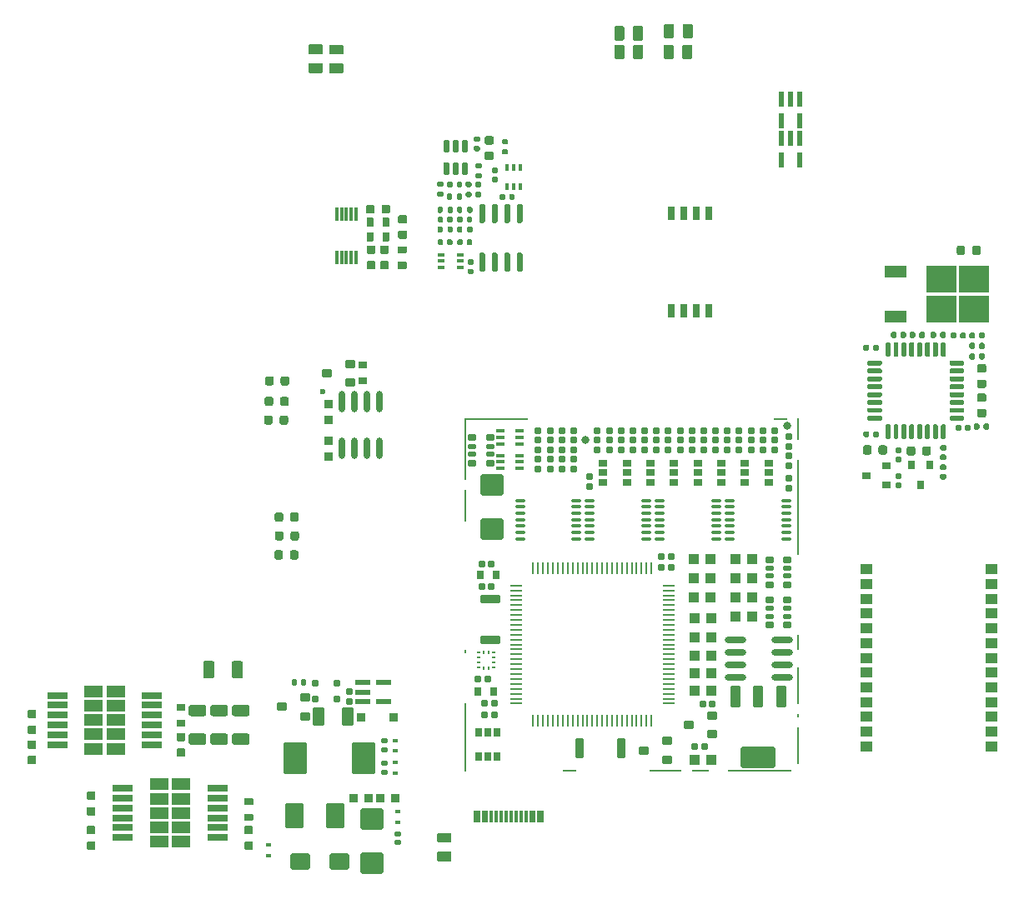
<source format=gtp>
G75*
G70*
%OFA0B0*%
%FSLAX25Y25*%
%IPPOS*%
%LPD*%
%AMOC8*
5,1,8,0,0,1.08239X$1,22.5*
%
%AMM1*
21,1,0.086610,0.073230,0.000000,0.000000,270.000000*
21,1,0.069290,0.090550,0.000000,0.000000,270.000000*
1,1,0.017320,-0.036610,-0.034650*
1,1,0.017320,-0.036610,0.034650*
1,1,0.017320,0.036610,0.034650*
1,1,0.017320,0.036610,-0.034650*
%
%AMM10*
21,1,0.015750,0.016540,0.000000,0.000000,270.000000*
21,1,0.012600,0.019680,0.000000,0.000000,270.000000*
1,1,0.003150,-0.008270,-0.006300*
1,1,0.003150,-0.008270,0.006300*
1,1,0.003150,0.008270,0.006300*
1,1,0.003150,0.008270,-0.006300*
%
%AMM11*
21,1,0.023620,0.018900,0.000000,0.000000,90.000000*
21,1,0.018900,0.023620,0.000000,0.000000,90.000000*
1,1,0.004720,0.009450,0.009450*
1,1,0.004720,0.009450,-0.009450*
1,1,0.004720,-0.009450,-0.009450*
1,1,0.004720,-0.009450,0.009450*
%
%AMM117*
21,1,0.021650,0.052760,0.000000,-0.000000,180.000000*
21,1,0.017320,0.057090,0.000000,-0.000000,180.000000*
1,1,0.004330,-0.008660,0.026380*
1,1,0.004330,0.008660,0.026380*
1,1,0.004330,0.008660,-0.026380*
1,1,0.004330,-0.008660,-0.026380*
%
%AMM12*
21,1,0.019680,0.019680,0.000000,0.000000,0.000000*
21,1,0.015750,0.023620,0.000000,0.000000,0.000000*
1,1,0.003940,0.007870,-0.009840*
1,1,0.003940,-0.007870,-0.009840*
1,1,0.003940,-0.007870,0.009840*
1,1,0.003940,0.007870,0.009840*
%
%AMM13*
21,1,0.019680,0.019680,0.000000,0.000000,270.000000*
21,1,0.015750,0.023620,0.000000,0.000000,270.000000*
1,1,0.003940,-0.009840,-0.007870*
1,1,0.003940,-0.009840,0.007870*
1,1,0.003940,0.009840,0.007870*
1,1,0.003940,0.009840,-0.007870*
%
%AMM185*
21,1,0.025590,0.026380,-0.000000,-0.000000,90.000000*
21,1,0.020470,0.031500,-0.000000,-0.000000,90.000000*
1,1,0.005120,0.013190,0.010240*
1,1,0.005120,0.013190,-0.010240*
1,1,0.005120,-0.013190,-0.010240*
1,1,0.005120,-0.013190,0.010240*
%
%AMM186*
21,1,0.017720,0.027950,-0.000000,-0.000000,90.000000*
21,1,0.014170,0.031500,-0.000000,-0.000000,90.000000*
1,1,0.003540,0.013980,0.007090*
1,1,0.003540,0.013980,-0.007090*
1,1,0.003540,-0.013980,-0.007090*
1,1,0.003540,-0.013980,0.007090*
%
%AMM187*
21,1,0.012600,0.028980,-0.000000,-0.000000,270.000000*
21,1,0.010080,0.031500,-0.000000,-0.000000,270.000000*
1,1,0.002520,-0.014490,-0.005040*
1,1,0.002520,-0.014490,0.005040*
1,1,0.002520,0.014490,0.005040*
1,1,0.002520,0.014490,-0.005040*
%
%AMM188*
21,1,0.023620,0.030710,-0.000000,-0.000000,0.000000*
21,1,0.018900,0.035430,-0.000000,-0.000000,0.000000*
1,1,0.004720,0.009450,-0.015350*
1,1,0.004720,-0.009450,-0.015350*
1,1,0.004720,-0.009450,0.015350*
1,1,0.004720,0.009450,0.015350*
%
%AMM189*
21,1,0.027560,0.018900,-0.000000,-0.000000,270.000000*
21,1,0.022840,0.023620,-0.000000,-0.000000,270.000000*
1,1,0.004720,-0.009450,-0.011420*
1,1,0.004720,-0.009450,0.011420*
1,1,0.004720,0.009450,0.011420*
1,1,0.004720,0.009450,-0.011420*
%
%AMM190*
21,1,0.031500,0.072440,-0.000000,-0.000000,270.000000*
21,1,0.025200,0.078740,-0.000000,-0.000000,270.000000*
1,1,0.006300,-0.036220,-0.012600*
1,1,0.006300,-0.036220,0.012600*
1,1,0.006300,0.036220,0.012600*
1,1,0.006300,0.036220,-0.012600*
%
%AMM191*
21,1,0.027560,0.018900,-0.000000,-0.000000,0.000000*
21,1,0.022840,0.023620,-0.000000,-0.000000,0.000000*
1,1,0.004720,0.011420,-0.009450*
1,1,0.004720,-0.011420,-0.009450*
1,1,0.004720,-0.011420,0.009450*
1,1,0.004720,0.011420,0.009450*
%
%AMM192*
21,1,0.023620,0.030710,-0.000000,-0.000000,90.000000*
21,1,0.018900,0.035430,-0.000000,-0.000000,90.000000*
1,1,0.004720,0.015350,0.009450*
1,1,0.004720,0.015350,-0.009450*
1,1,0.004720,-0.015350,-0.009450*
1,1,0.004720,-0.015350,0.009450*
%
%AMM193*
21,1,0.035430,0.030320,-0.000000,-0.000000,90.000000*
21,1,0.028350,0.037400,-0.000000,-0.000000,90.000000*
1,1,0.007090,0.015160,0.014170*
1,1,0.007090,0.015160,-0.014170*
1,1,0.007090,-0.015160,-0.014170*
1,1,0.007090,-0.015160,0.014170*
%
%AMM194*
21,1,0.043310,0.075980,-0.000000,-0.000000,180.000000*
21,1,0.034650,0.084650,-0.000000,-0.000000,180.000000*
1,1,0.008660,-0.017320,0.037990*
1,1,0.008660,0.017320,0.037990*
1,1,0.008660,0.017320,-0.037990*
1,1,0.008660,-0.017320,-0.037990*
%
%AMM195*
21,1,0.039370,0.035430,-0.000000,-0.000000,180.000000*
21,1,0.031500,0.043310,-0.000000,-0.000000,180.000000*
1,1,0.007870,-0.015750,0.017720*
1,1,0.007870,0.015750,0.017720*
1,1,0.007870,0.015750,-0.017720*
1,1,0.007870,-0.015750,-0.017720*
%
%AMM196*
21,1,0.027560,0.030710,-0.000000,-0.000000,180.000000*
21,1,0.022050,0.036220,-0.000000,-0.000000,180.000000*
1,1,0.005510,-0.011020,0.015350*
1,1,0.005510,0.011020,0.015350*
1,1,0.005510,0.011020,-0.015350*
1,1,0.005510,-0.011020,-0.015350*
%
%AMM197*
21,1,0.031500,0.072440,-0.000000,-0.000000,180.000000*
21,1,0.025200,0.078740,-0.000000,-0.000000,180.000000*
1,1,0.006300,-0.012600,0.036220*
1,1,0.006300,0.012600,0.036220*
1,1,0.006300,0.012600,-0.036220*
1,1,0.006300,-0.012600,-0.036220*
%
%AMM198*
21,1,0.137800,0.067720,-0.000000,-0.000000,180.000000*
21,1,0.120870,0.084650,-0.000000,-0.000000,180.000000*
1,1,0.016930,-0.060430,0.033860*
1,1,0.016930,0.060430,0.033860*
1,1,0.016930,0.060430,-0.033860*
1,1,0.016930,-0.060430,-0.033860*
%
%AMM199*
21,1,0.043310,0.075990,-0.000000,-0.000000,180.000000*
21,1,0.034650,0.084650,-0.000000,-0.000000,180.000000*
1,1,0.008660,-0.017320,0.037990*
1,1,0.008660,0.017320,0.037990*
1,1,0.008660,0.017320,-0.037990*
1,1,0.008660,-0.017320,-0.037990*
%
%AMM2*
21,1,0.094490,0.111020,0.000000,0.000000,0.000000*
21,1,0.075590,0.129920,0.000000,0.000000,0.000000*
1,1,0.018900,0.037800,-0.055510*
1,1,0.018900,-0.037800,-0.055510*
1,1,0.018900,-0.037800,0.055510*
1,1,0.018900,0.037800,0.055510*
%
%AMM200*
21,1,0.086610,0.073230,-0.000000,-0.000000,270.000000*
21,1,0.069290,0.090550,-0.000000,-0.000000,270.000000*
1,1,0.017320,-0.036610,-0.034650*
1,1,0.017320,-0.036610,0.034650*
1,1,0.017320,0.036610,0.034650*
1,1,0.017320,0.036610,-0.034650*
%
%AMM251*
21,1,0.035430,0.030320,0.000000,-0.000000,90.000000*
21,1,0.028350,0.037400,0.000000,-0.000000,90.000000*
1,1,0.007090,0.015160,0.014170*
1,1,0.007090,0.015160,-0.014170*
1,1,0.007090,-0.015160,-0.014170*
1,1,0.007090,-0.015160,0.014170*
%
%AMM252*
21,1,0.033470,0.026770,0.000000,-0.000000,270.000000*
21,1,0.026770,0.033470,0.000000,-0.000000,270.000000*
1,1,0.006690,-0.013390,-0.013390*
1,1,0.006690,-0.013390,0.013390*
1,1,0.006690,0.013390,0.013390*
1,1,0.006690,0.013390,-0.013390*
%
%AMM253*
21,1,0.027560,0.030710,0.000000,-0.000000,90.000000*
21,1,0.022050,0.036220,0.000000,-0.000000,90.000000*
1,1,0.005510,0.015350,0.011020*
1,1,0.005510,0.015350,-0.011020*
1,1,0.005510,-0.015350,-0.011020*
1,1,0.005510,-0.015350,0.011020*
%
%AMM3*
21,1,0.074800,0.083460,0.000000,0.000000,0.000000*
21,1,0.059840,0.098430,0.000000,0.000000,0.000000*
1,1,0.014960,0.029920,-0.041730*
1,1,0.014960,-0.029920,-0.041730*
1,1,0.014960,-0.029920,0.041730*
1,1,0.014960,0.029920,0.041730*
%
%AMM4*
21,1,0.078740,0.053540,0.000000,0.000000,180.000000*
21,1,0.065350,0.066930,0.000000,0.000000,180.000000*
1,1,0.013390,-0.032680,0.026770*
1,1,0.013390,0.032680,0.026770*
1,1,0.013390,0.032680,-0.026770*
1,1,0.013390,-0.032680,-0.026770*
%
%AMM5*
21,1,0.035430,0.030320,0.000000,0.000000,90.000000*
21,1,0.028350,0.037400,0.000000,0.000000,90.000000*
1,1,0.007090,0.015160,0.014170*
1,1,0.007090,0.015160,-0.014170*
1,1,0.007090,-0.015160,-0.014170*
1,1,0.007090,-0.015160,0.014170*
%
%AMM6*
21,1,0.021650,0.052760,0.000000,0.000000,270.000000*
21,1,0.017320,0.057090,0.000000,0.000000,270.000000*
1,1,0.004330,-0.026380,-0.008660*
1,1,0.004330,-0.026380,0.008660*
1,1,0.004330,0.026380,0.008660*
1,1,0.004330,0.026380,-0.008660*
%
%AMM7*
21,1,0.035830,0.026770,0.000000,0.000000,0.000000*
21,1,0.029130,0.033470,0.000000,0.000000,0.000000*
1,1,0.006690,0.014570,-0.013390*
1,1,0.006690,-0.014570,-0.013390*
1,1,0.006690,-0.014570,0.013390*
1,1,0.006690,0.014570,0.013390*
%
%AMM8*
21,1,0.070870,0.036220,0.000000,0.000000,90.000000*
21,1,0.061810,0.045280,0.000000,0.000000,90.000000*
1,1,0.009060,0.018110,0.030910*
1,1,0.009060,0.018110,-0.030910*
1,1,0.009060,-0.018110,-0.030910*
1,1,0.009060,-0.018110,0.030910*
%
%AMM9*
21,1,0.033470,0.026770,0.000000,0.000000,0.000000*
21,1,0.026770,0.033470,0.000000,0.000000,0.000000*
1,1,0.006690,0.013390,-0.013390*
1,1,0.006690,-0.013390,-0.013390*
1,1,0.006690,-0.013390,0.013390*
1,1,0.006690,0.013390,0.013390*
%
%ADD100M1*%
%ADD101M2*%
%ADD102M3*%
%ADD103M4*%
%ADD104M5*%
%ADD105M6*%
%ADD106M7*%
%ADD107M8*%
%ADD108M9*%
%ADD109M10*%
%ADD110M11*%
%ADD111M12*%
%ADD112M13*%
%ADD152R,0.02559X0.01575*%
%ADD153R,0.01575X0.02559*%
%ADD156R,0.03543X0.03150*%
%ADD160R,0.03150X0.03543*%
%ADD180O,0.04724X0.00866*%
%ADD181O,0.00866X0.04724*%
%ADD182O,0.04331X0.01181*%
%ADD185R,0.01378X0.00984*%
%ADD186R,0.00984X0.01378*%
%ADD191O,0.08661X0.02362*%
%ADD21C,0.03150*%
%ADD25C,0.02362*%
%ADD296M117*%
%ADD306R,0.01181X0.05512*%
%ADD307R,0.08661X0.04724*%
%ADD311R,0.12008X0.10827*%
%ADD334O,0.02362X0.08661*%
%ADD392M185*%
%ADD393M186*%
%ADD394M187*%
%ADD395M188*%
%ADD396M189*%
%ADD397M190*%
%ADD398M191*%
%ADD399M192*%
%ADD400M193*%
%ADD401M194*%
%ADD402M195*%
%ADD403M196*%
%ADD404M197*%
%ADD405M198*%
%ADD406M199*%
%ADD407M200*%
%ADD459M251*%
%ADD460M252*%
%ADD461M253*%
%ADD52R,0.05118X0.03937*%
%ADD53R,0.07874X0.02559*%
%ADD55R,0.00787X0.14567*%
%ADD56R,0.00787X0.01575*%
%ADD57R,0.00787X0.06299*%
%ADD58R,0.00787X0.38189*%
%ADD59R,0.00787X0.09055*%
%ADD60R,0.05512X0.00787*%
%ADD61R,0.25197X0.00787*%
%ADD62R,0.06693X0.00787*%
%ADD63R,0.12992X0.00787*%
%ADD64R,0.00787X0.27559*%
%ADD65R,0.00787X0.12992*%
%ADD66R,0.00787X0.24803*%
%ADD67R,0.01181X0.04528*%
%ADD73R,0.02717X0.05315*%
%ADD83O,0.00000X0.00000*%
%ADD84R,0.07677X0.04567*%
X0000000Y0000000D02*
%LPD*%
G01*
G36*
G01*
X0252766Y0327717D02*
X0247844Y0327717D01*
G75*
G02*
X0247451Y0328111I0000000J0000394D01*
G01*
X0247451Y0331260D01*
G75*
G02*
X0247844Y0331654I0000394J0000000D01*
G01*
X0252766Y0331654D01*
G75*
G02*
X0253159Y0331260I0000000J-000394D01*
G01*
X0253159Y0328111D01*
G75*
G02*
X0252766Y0327717I-000394J0000000D01*
G01*
G37*
G36*
G01*
X0252766Y0335197D02*
X0247844Y0335197D01*
G75*
G02*
X0247451Y0335591I0000000J0000394D01*
G01*
X0247451Y0338741D01*
G75*
G02*
X0247844Y0339134I0000394J0000000D01*
G01*
X0252766Y0339134D01*
G75*
G02*
X0253159Y0338741I0000000J-000394D01*
G01*
X0253159Y0335591D01*
G75*
G02*
X0252766Y0335197I-000394J0000000D01*
G01*
G37*
G36*
G01*
X0159212Y0040217D02*
X0161890Y0040217D01*
G75*
G02*
X0162224Y0039882I0000000J-000335D01*
G01*
X0162224Y0037205D01*
G75*
G02*
X0161890Y0036870I-000335J0000000D01*
G01*
X0159212Y0036870D01*
G75*
G02*
X0158878Y0037205I0000000J0000335D01*
G01*
X0158878Y0039882D01*
G75*
G02*
X0159212Y0040217I0000335J0000000D01*
G01*
G37*
G36*
G01*
X0159212Y0033996D02*
X0161890Y0033996D01*
G75*
G02*
X0162224Y0033662I0000000J-000335D01*
G01*
X0162224Y0030985D01*
G75*
G02*
X0161890Y0030650I-000335J0000000D01*
G01*
X0159212Y0030650D01*
G75*
G02*
X0158878Y0030985I0000000J0000335D01*
G01*
X0158878Y0033662D01*
G75*
G02*
X0159212Y0033996I0000335J0000000D01*
G01*
G37*
G36*
G01*
X0401014Y0346989D02*
X0401014Y0342067D01*
G75*
G02*
X0400620Y0341674I-000394J0000000D01*
G01*
X0397470Y0341674D01*
G75*
G02*
X0397077Y0342067I0000000J0000394D01*
G01*
X0397077Y0346989D01*
G75*
G02*
X0397470Y0347382I0000394J0000000D01*
G01*
X0400620Y0347382D01*
G75*
G02*
X0401014Y0346989I0000000J-000394D01*
G01*
G37*
G36*
G01*
X0393533Y0346989D02*
X0393533Y0342067D01*
G75*
G02*
X0393140Y0341674I-000394J0000000D01*
G01*
X0389990Y0341674D01*
G75*
G02*
X0389596Y0342067I0000000J0000394D01*
G01*
X0389596Y0346989D01*
G75*
G02*
X0389990Y0347382I0000394J0000000D01*
G01*
X0393140Y0347382D01*
G75*
G02*
X0393533Y0346989I0000000J-000394D01*
G01*
G37*
G36*
G01*
X0222205Y0026437D02*
X0224882Y0026437D01*
G75*
G02*
X0225216Y0026103I0000000J-000335D01*
G01*
X0225216Y0023426D01*
G75*
G02*
X0224882Y0023091I-000335J0000000D01*
G01*
X0222205Y0023091D01*
G75*
G02*
X0221870Y0023426I0000000J0000335D01*
G01*
X0221870Y0026103D01*
G75*
G02*
X0222205Y0026437I0000335J0000000D01*
G01*
G37*
G36*
G01*
X0222205Y0020217D02*
X0224882Y0020217D01*
G75*
G02*
X0225216Y0019882I0000000J-000335D01*
G01*
X0225216Y0017205D01*
G75*
G02*
X0224882Y0016870I-000335J0000000D01*
G01*
X0222205Y0016870D01*
G75*
G02*
X0221870Y0017205I0000000J0000335D01*
G01*
X0221870Y0019882D01*
G75*
G02*
X0222205Y0020217I0000335J0000000D01*
G01*
G37*
G36*
G01*
X0195138Y0063681D02*
X0197815Y0063681D01*
G75*
G02*
X0198149Y0063347I0000000J-000335D01*
G01*
X0198149Y0060670D01*
G75*
G02*
X0197815Y0060335I-000335J0000000D01*
G01*
X0195138Y0060335D01*
G75*
G02*
X0194803Y0060670I0000000J0000335D01*
G01*
X0194803Y0063347D01*
G75*
G02*
X0195138Y0063681I0000335J0000000D01*
G01*
G37*
G36*
G01*
X0195138Y0057461D02*
X0197815Y0057461D01*
G75*
G02*
X0198149Y0057126I0000000J-000335D01*
G01*
X0198149Y0054449D01*
G75*
G02*
X0197815Y0054115I-000335J0000000D01*
G01*
X0195138Y0054115D01*
G75*
G02*
X0194803Y0054449I0000000J0000335D01*
G01*
X0194803Y0057126D01*
G75*
G02*
X0195138Y0057461I0000335J0000000D01*
G01*
G37*
G36*
G01*
X0199527Y0071280D02*
X0199527Y0073996D01*
G75*
G02*
X0200433Y0074902I0000906J0000000D01*
G01*
X0205708Y0074902D01*
G75*
G02*
X0206614Y0073996I0000000J-000906D01*
G01*
X0206614Y0071280D01*
G75*
G02*
X0205708Y0070374I-000906J0000000D01*
G01*
X0200433Y0070374D01*
G75*
G02*
X0199527Y0071280I0000000J0000906D01*
G01*
G37*
G36*
G01*
X0199527Y0059863D02*
X0199527Y0062579D01*
G75*
G02*
X0200433Y0063485I0000906J0000000D01*
G01*
X0205708Y0063485D01*
G75*
G02*
X0206614Y0062579I0000000J-000906D01*
G01*
X0206614Y0059863D01*
G75*
G02*
X0205708Y0058957I-000906J0000000D01*
G01*
X0200433Y0058957D01*
G75*
G02*
X0199527Y0059863I0000000J0000906D01*
G01*
G37*
G36*
G01*
X0256073Y0339016D02*
X0260994Y0339016D01*
G75*
G02*
X0261388Y0338622I0000000J-000394D01*
G01*
X0261388Y0335473D01*
G75*
G02*
X0260994Y0335079I-000394J0000000D01*
G01*
X0256073Y0335079D01*
G75*
G02*
X0255679Y0335473I0000000J0000394D01*
G01*
X0255679Y0338622D01*
G75*
G02*
X0256073Y0339016I0000394J0000000D01*
G01*
G37*
G36*
G01*
X0256073Y0331536D02*
X0260994Y0331536D01*
G75*
G02*
X0261388Y0331142I0000000J-000394D01*
G01*
X0261388Y0327992D01*
G75*
G02*
X0260994Y0327599I-000394J0000000D01*
G01*
X0256073Y0327599D01*
G75*
G02*
X0255679Y0327992I0000000J0000394D01*
G01*
X0255679Y0331142D01*
G75*
G02*
X0256073Y0331536I0000394J0000000D01*
G01*
G37*
G36*
G01*
X0234025Y0141511D02*
X0234025Y0143529D01*
G75*
G02*
X0234887Y0144390I0000861J0000000D01*
G01*
X0236609Y0144390D01*
G75*
G02*
X0237470Y0143529I0000000J-000861D01*
G01*
X0237470Y0141511D01*
G75*
G02*
X0236609Y0140650I-000861J0000000D01*
G01*
X0234887Y0140650D01*
G75*
G02*
X0234025Y0141511I0000000J0000861D01*
G01*
G37*
G36*
G01*
X0240226Y0141511D02*
X0240226Y0143529D01*
G75*
G02*
X0241087Y0144390I0000861J0000000D01*
G01*
X0242810Y0144390D01*
G75*
G02*
X0243671Y0143529I0000000J-000861D01*
G01*
X0243671Y0141511D01*
G75*
G02*
X0242810Y0140650I-000861J0000000D01*
G01*
X0241087Y0140650D01*
G75*
G02*
X0240226Y0141511I0000000J0000861D01*
G01*
G37*
G36*
G01*
X0135590Y0072894D02*
X0138268Y0072894D01*
G75*
G02*
X0138602Y0072559I0000000J-000335D01*
G01*
X0138602Y0069882D01*
G75*
G02*
X0138268Y0069548I-000335J0000000D01*
G01*
X0135590Y0069548D01*
G75*
G02*
X0135256Y0069882I0000000J0000335D01*
G01*
X0135256Y0072559D01*
G75*
G02*
X0135590Y0072894I0000335J0000000D01*
G01*
G37*
G36*
G01*
X0135590Y0066674D02*
X0138268Y0066674D01*
G75*
G02*
X0138602Y0066339I0000000J-000335D01*
G01*
X0138602Y0063662D01*
G75*
G02*
X0138268Y0063327I-000335J0000000D01*
G01*
X0135590Y0063327D01*
G75*
G02*
X0135256Y0063662I0000000J0000335D01*
G01*
X0135256Y0066339D01*
G75*
G02*
X0135590Y0066674I0000335J0000000D01*
G01*
G37*
G36*
G01*
X0230098Y0203519D02*
X0230098Y0205537D01*
G75*
G02*
X0230959Y0206398I0000861J0000000D01*
G01*
X0232682Y0206398D01*
G75*
G02*
X0233543Y0205537I0000000J-000861D01*
G01*
X0233543Y0203519D01*
G75*
G02*
X0232682Y0202658I-000861J0000000D01*
G01*
X0230959Y0202658D01*
G75*
G02*
X0230098Y0203519I0000000J0000861D01*
G01*
G37*
G36*
G01*
X0236299Y0203519D02*
X0236299Y0205537D01*
G75*
G02*
X0237160Y0206398I0000861J0000000D01*
G01*
X0238883Y0206398D01*
G75*
G02*
X0239744Y0205537I0000000J-000861D01*
G01*
X0239744Y0203519D01*
G75*
G02*
X0238883Y0202658I-000861J0000000D01*
G01*
X0237160Y0202658D01*
G75*
G02*
X0236299Y0203519I0000000J0000861D01*
G01*
G37*
G36*
G01*
X0233799Y0133873D02*
X0233799Y0135891D01*
G75*
G02*
X0234660Y0136752I0000861J0000000D01*
G01*
X0236383Y0136752D01*
G75*
G02*
X0237244Y0135891I0000000J-000861D01*
G01*
X0237244Y0133873D01*
G75*
G02*
X0236383Y0133012I-000861J0000000D01*
G01*
X0234660Y0133012D01*
G75*
G02*
X0233799Y0133873I0000000J0000861D01*
G01*
G37*
G36*
G01*
X0240000Y0133873D02*
X0240000Y0135891D01*
G75*
G02*
X0240861Y0136752I0000861J0000000D01*
G01*
X0242584Y0136752D01*
G75*
G02*
X0243445Y0135891I0000000J-000861D01*
G01*
X0243445Y0133873D01*
G75*
G02*
X0242584Y0133012I-000861J0000000D01*
G01*
X0240861Y0133012D01*
G75*
G02*
X0240000Y0133873I0000000J0000861D01*
G01*
G37*
G36*
G01*
X0208189Y0071280D02*
X0208189Y0073996D01*
G75*
G02*
X0209094Y0074902I0000906J0000000D01*
G01*
X0214370Y0074902D01*
G75*
G02*
X0215275Y0073996I0000000J-000906D01*
G01*
X0215275Y0071280D01*
G75*
G02*
X0214370Y0070374I-000906J0000000D01*
G01*
X0209094Y0070374D01*
G75*
G02*
X0208189Y0071280I0000000J0000906D01*
G01*
G37*
G36*
G01*
X0208189Y0059863D02*
X0208189Y0062579D01*
G75*
G02*
X0209094Y0063485I0000906J0000000D01*
G01*
X0214370Y0063485D01*
G75*
G02*
X0215275Y0062579I0000000J-000906D01*
G01*
X0215275Y0059863D01*
G75*
G02*
X0214370Y0058957I-000906J0000000D01*
G01*
X0209094Y0058957D01*
G75*
G02*
X0208189Y0059863I0000000J0000906D01*
G01*
G37*
G36*
G01*
X0161890Y0016870D02*
X0159212Y0016870D01*
G75*
G02*
X0158878Y0017205I0000000J0000335D01*
G01*
X0158878Y0019882D01*
G75*
G02*
X0159212Y0020217I0000335J0000000D01*
G01*
X0161890Y0020217D01*
G75*
G02*
X0162224Y0019882I0000000J-000335D01*
G01*
X0162224Y0017205D01*
G75*
G02*
X0161890Y0016870I-000335J0000000D01*
G01*
G37*
G36*
G01*
X0161890Y0023091D02*
X0159212Y0023091D01*
G75*
G02*
X0158878Y0023426I0000000J0000335D01*
G01*
X0158878Y0026103D01*
G75*
G02*
X0159212Y0026437I0000335J0000000D01*
G01*
X0161890Y0026437D01*
G75*
G02*
X0162224Y0026103I0000000J-000335D01*
G01*
X0162224Y0023426D01*
G75*
G02*
X0161890Y0023091I-000335J0000000D01*
G01*
G37*
G36*
G01*
X0233907Y0149031D02*
X0233907Y0151049D01*
G75*
G02*
X0234769Y0151910I0000861J0000000D01*
G01*
X0236491Y0151910D01*
G75*
G02*
X0237352Y0151049I0000000J-000861D01*
G01*
X0237352Y0149031D01*
G75*
G02*
X0236491Y0148170I-000861J0000000D01*
G01*
X0234769Y0148170D01*
G75*
G02*
X0233907Y0149031I0000000J0000861D01*
G01*
G37*
G36*
G01*
X0240108Y0149031D02*
X0240108Y0151049D01*
G75*
G02*
X0240969Y0151910I0000861J0000000D01*
G01*
X0242692Y0151910D01*
G75*
G02*
X0243553Y0151049I0000000J-000861D01*
G01*
X0243553Y0149031D01*
G75*
G02*
X0242692Y0148170I-000861J0000000D01*
G01*
X0240969Y0148170D01*
G75*
G02*
X0240108Y0149031I0000000J0000861D01*
G01*
G37*
D83*
X0252283Y0190158D03*
G36*
G01*
X0194941Y0075237D02*
X0198012Y0075237D01*
G75*
G02*
X0198287Y0074961I0000000J-000276D01*
G01*
X0198287Y0072756D01*
G75*
G02*
X0198012Y0072481I-000276J0000000D01*
G01*
X0194941Y0072481D01*
G75*
G02*
X0194665Y0072756I0000000J0000276D01*
G01*
X0194665Y0074961D01*
G75*
G02*
X0194941Y0075237I0000276J0000000D01*
G01*
G37*
G36*
G01*
X0194941Y0068937D02*
X0198012Y0068937D01*
G75*
G02*
X0198287Y0068662I0000000J-000276D01*
G01*
X0198287Y0066457D01*
G75*
G02*
X0198012Y0066181I-000276J0000000D01*
G01*
X0194941Y0066181D01*
G75*
G02*
X0194665Y0066457I0000000J0000276D01*
G01*
X0194665Y0068662D01*
G75*
G02*
X0194941Y0068937I0000276J0000000D01*
G01*
G37*
G36*
G01*
X0229705Y0187850D02*
X0229705Y0189867D01*
G75*
G02*
X0230566Y0190729I0000861J0000000D01*
G01*
X0232288Y0190729D01*
G75*
G02*
X0233149Y0189867I0000000J-000861D01*
G01*
X0233149Y0187850D01*
G75*
G02*
X0232288Y0186989I-000861J0000000D01*
G01*
X0230566Y0186989D01*
G75*
G02*
X0229705Y0187850I0000000J0000861D01*
G01*
G37*
G36*
G01*
X0235905Y0187850D02*
X0235905Y0189867D01*
G75*
G02*
X0236767Y0190729I0000861J0000000D01*
G01*
X0238489Y0190729D01*
G75*
G02*
X0239350Y0189867I0000000J-000861D01*
G01*
X0239350Y0187850D01*
G75*
G02*
X0238489Y0186989I-000861J0000000D01*
G01*
X0236767Y0186989D01*
G75*
G02*
X0235905Y0187850I0000000J0000861D01*
G01*
G37*
D52*
X0520393Y0058268D03*
X0520393Y0064174D03*
X0520393Y0070079D03*
X0520393Y0075985D03*
X0520393Y0081890D03*
X0520393Y0087796D03*
X0520393Y0093701D03*
X0520393Y0099607D03*
X0520393Y0105512D03*
X0520393Y0111418D03*
X0520393Y0117323D03*
X0520393Y0123229D03*
X0520393Y0129134D03*
X0470393Y0129134D03*
X0470393Y0123229D03*
X0470393Y0117323D03*
X0470393Y0111418D03*
X0470393Y0105512D03*
X0470393Y0099607D03*
X0470393Y0093701D03*
X0470393Y0087796D03*
X0470393Y0081890D03*
X0470393Y0075985D03*
X0470393Y0070079D03*
X0470393Y0064174D03*
X0470393Y0058268D03*
G36*
G01*
X0381171Y0338563D02*
X0381171Y0333642D01*
G75*
G02*
X0380777Y0333248I-000394J0000000D01*
G01*
X0377628Y0333248D01*
G75*
G02*
X0377234Y0333642I0000000J0000394D01*
G01*
X0377234Y0338563D01*
G75*
G02*
X0377628Y0338957I0000394J0000000D01*
G01*
X0380777Y0338957D01*
G75*
G02*
X0381171Y0338563I0000000J-000394D01*
G01*
G37*
G36*
G01*
X0373691Y0338563D02*
X0373691Y0333642D01*
G75*
G02*
X0373297Y0333248I-000394J0000000D01*
G01*
X0370147Y0333248D01*
G75*
G02*
X0369754Y0333642I0000000J0000394D01*
G01*
X0369754Y0338563D01*
G75*
G02*
X0370147Y0338957I0000394J0000000D01*
G01*
X0373297Y0338957D01*
G75*
G02*
X0373691Y0338563I0000000J-000394D01*
G01*
G37*
G36*
G01*
X0216850Y0071280D02*
X0216850Y0073996D01*
G75*
G02*
X0217756Y0074902I0000906J0000000D01*
G01*
X0223031Y0074902D01*
G75*
G02*
X0223937Y0073996I0000000J-000906D01*
G01*
X0223937Y0071280D01*
G75*
G02*
X0223031Y0070374I-000906J0000000D01*
G01*
X0217756Y0070374D01*
G75*
G02*
X0216850Y0071280I0000000J0000906D01*
G01*
G37*
G36*
G01*
X0216850Y0059863D02*
X0216850Y0062579D01*
G75*
G02*
X0217756Y0063485I0000906J0000000D01*
G01*
X0223031Y0063485D01*
G75*
G02*
X0223937Y0062579I0000000J-000906D01*
G01*
X0223937Y0059863D01*
G75*
G02*
X0223031Y0058957I-000906J0000000D01*
G01*
X0217756Y0058957D01*
G75*
G02*
X0216850Y0059863I0000000J0000906D01*
G01*
G37*
G36*
G01*
X0299329Y0023700D02*
X0304250Y0023700D01*
G75*
G02*
X0304644Y0023306I0000000J-000394D01*
G01*
X0304644Y0020156D01*
G75*
G02*
X0304250Y0019763I-000394J0000000D01*
G01*
X0299329Y0019763D01*
G75*
G02*
X0298935Y0020156I0000000J0000394D01*
G01*
X0298935Y0023306D01*
G75*
G02*
X0299329Y0023700I0000394J0000000D01*
G01*
G37*
G36*
G01*
X0299329Y0016219D02*
X0304250Y0016219D01*
G75*
G02*
X0304644Y0015826I0000000J-000394D01*
G01*
X0304644Y0012676D01*
G75*
G02*
X0304250Y0012282I-000394J0000000D01*
G01*
X0299329Y0012282D01*
G75*
G02*
X0298935Y0012676I0000000J0000394D01*
G01*
X0298935Y0015826D01*
G75*
G02*
X0299329Y0016219I0000394J0000000D01*
G01*
G37*
G36*
G01*
X0369714Y0341122D02*
X0369714Y0346044D01*
G75*
G02*
X0370108Y0346437I0000394J0000000D01*
G01*
X0373258Y0346437D01*
G75*
G02*
X0373651Y0346044I0000000J-000394D01*
G01*
X0373651Y0341122D01*
G75*
G02*
X0373258Y0340729I-000394J0000000D01*
G01*
X0370108Y0340729D01*
G75*
G02*
X0369714Y0341122I0000000J0000394D01*
G01*
G37*
G36*
G01*
X0377195Y0341122D02*
X0377195Y0346044D01*
G75*
G02*
X0377588Y0346437I0000394J0000000D01*
G01*
X0380738Y0346437D01*
G75*
G02*
X0381132Y0346044I0000000J-000394D01*
G01*
X0381132Y0341122D01*
G75*
G02*
X0380738Y0340729I-000394J0000000D01*
G01*
X0377588Y0340729D01*
G75*
G02*
X0377195Y0341122I0000000J0000394D01*
G01*
G37*
G36*
G01*
X0389439Y0333760D02*
X0389439Y0338681D01*
G75*
G02*
X0389833Y0339075I0000394J0000000D01*
G01*
X0392982Y0339075D01*
G75*
G02*
X0393376Y0338681I0000000J-000394D01*
G01*
X0393376Y0333760D01*
G75*
G02*
X0392982Y0333367I-000394J0000000D01*
G01*
X0389833Y0333367D01*
G75*
G02*
X0389439Y0333760I0000000J0000394D01*
G01*
G37*
G36*
G01*
X0396919Y0333760D02*
X0396919Y0338681D01*
G75*
G02*
X0397313Y0339075I0000394J0000000D01*
G01*
X0400463Y0339075D01*
G75*
G02*
X0400856Y0338681I0000000J-000394D01*
G01*
X0400856Y0333760D01*
G75*
G02*
X0400463Y0333367I-000394J0000000D01*
G01*
X0397313Y0333367D01*
G75*
G02*
X0396919Y0333760I0000000J0000394D01*
G01*
G37*
G36*
G01*
X0229931Y0195291D02*
X0229931Y0197308D01*
G75*
G02*
X0230792Y0198170I0000861J0000000D01*
G01*
X0232515Y0198170D01*
G75*
G02*
X0233376Y0197308I0000000J-000861D01*
G01*
X0233376Y0195291D01*
G75*
G02*
X0232515Y0194430I-000861J0000000D01*
G01*
X0230792Y0194430D01*
G75*
G02*
X0229931Y0195291I0000000J0000861D01*
G01*
G37*
G36*
G01*
X0236132Y0195291D02*
X0236132Y0197308D01*
G75*
G02*
X0236993Y0198170I0000861J0000000D01*
G01*
X0238715Y0198170D01*
G75*
G02*
X0239577Y0197308I0000000J-000861D01*
G01*
X0239577Y0195291D01*
G75*
G02*
X0238715Y0194430I-000861J0000000D01*
G01*
X0236993Y0194430D01*
G75*
G02*
X0236132Y0195291I0000000J0000861D01*
G01*
G37*
D84*
X0161634Y0080394D03*
X0161634Y0074646D03*
X0161634Y0068898D03*
X0161634Y0063150D03*
X0161634Y0057402D03*
X0170492Y0080394D03*
X0170492Y0074646D03*
X0170492Y0068898D03*
X0170492Y0063150D03*
X0170492Y0057402D03*
D53*
X0147165Y0078741D03*
X0147165Y0074804D03*
X0147165Y0070867D03*
X0147165Y0066930D03*
X0147165Y0062992D03*
X0147165Y0059055D03*
X0184960Y0059055D03*
X0184960Y0062992D03*
X0184960Y0066930D03*
X0184960Y0070867D03*
X0184960Y0074804D03*
X0184960Y0078741D03*
D84*
X0187716Y0043150D03*
X0187716Y0037402D03*
X0187716Y0031654D03*
X0187716Y0025906D03*
X0187716Y0020158D03*
X0196575Y0043150D03*
X0196575Y0037402D03*
X0196575Y0031654D03*
X0196575Y0025906D03*
X0196575Y0020158D03*
D53*
X0173248Y0041496D03*
X0173248Y0037559D03*
X0173248Y0033622D03*
X0173248Y0029685D03*
X0173248Y0025748D03*
X0173248Y0021811D03*
X0211043Y0021811D03*
X0211043Y0025748D03*
X0211043Y0029685D03*
X0211043Y0033622D03*
X0211043Y0037559D03*
X0211043Y0041496D03*
D67*
X0314291Y0030197D03*
X0317441Y0030197D03*
X0322559Y0030197D03*
X0326496Y0030197D03*
X0328464Y0030197D03*
X0332401Y0030197D03*
X0337519Y0030197D03*
X0340669Y0030197D03*
X0339488Y0030197D03*
X0336338Y0030197D03*
X0334370Y0030197D03*
X0330433Y0030197D03*
X0324527Y0030197D03*
X0320590Y0030197D03*
X0318622Y0030197D03*
X0315472Y0030197D03*
G36*
G01*
X0208956Y0085433D02*
X0206240Y0085433D01*
G75*
G02*
X0205334Y0086339I0000000J0000906D01*
G01*
X0205334Y0091615D01*
G75*
G02*
X0206240Y0092520I0000906J0000000D01*
G01*
X0208956Y0092520D01*
G75*
G02*
X0209862Y0091615I0000000J-000906D01*
G01*
X0209862Y0086339D01*
G75*
G02*
X0208956Y0085433I-000906J0000000D01*
G01*
G37*
G36*
G01*
X0220374Y0085433D02*
X0217657Y0085433D01*
G75*
G02*
X0216752Y0086339I0000000J0000906D01*
G01*
X0216752Y0091615D01*
G75*
G02*
X0217657Y0092520I0000906J0000000D01*
G01*
X0220374Y0092520D01*
G75*
G02*
X0221279Y0091615I0000000J-000906D01*
G01*
X0221279Y0086339D01*
G75*
G02*
X0220374Y0085433I-000906J0000000D01*
G01*
G37*
G36*
G01*
X0222008Y0037599D02*
X0225079Y0037599D01*
G75*
G02*
X0225354Y0037323I0000000J-000276D01*
G01*
X0225354Y0035118D01*
G75*
G02*
X0225079Y0034843I-000276J0000000D01*
G01*
X0222008Y0034843D01*
G75*
G02*
X0221732Y0035118I0000000J0000276D01*
G01*
X0221732Y0037323D01*
G75*
G02*
X0222008Y0037599I0000276J0000000D01*
G01*
G37*
G36*
G01*
X0222008Y0031300D02*
X0225079Y0031300D01*
G75*
G02*
X0225354Y0031024I0000000J-000276D01*
G01*
X0225354Y0028819D01*
G75*
G02*
X0225079Y0028544I-000276J0000000D01*
G01*
X0222008Y0028544D01*
G75*
G02*
X0221732Y0028819I0000000J0000276D01*
G01*
X0221732Y0031024D01*
G75*
G02*
X0222008Y0031300I0000276J0000000D01*
G01*
G37*
D73*
X0407493Y0271428D03*
X0407493Y0232678D03*
X0402493Y0232678D03*
X0397493Y0232678D03*
X0392493Y0232678D03*
X0392493Y0271428D03*
X0397493Y0271428D03*
X0402493Y0271428D03*
G36*
G01*
X0138268Y0051122D02*
X0135590Y0051122D01*
G75*
G02*
X0135256Y0051457I0000000J0000335D01*
G01*
X0135256Y0054134D01*
G75*
G02*
X0135590Y0054469I0000335J0000000D01*
G01*
X0138268Y0054469D01*
G75*
G02*
X0138602Y0054134I0000000J-000335D01*
G01*
X0138602Y0051457D01*
G75*
G02*
X0138268Y0051122I-000335J0000000D01*
G01*
G37*
G36*
G01*
X0138268Y0057343D02*
X0135590Y0057343D01*
G75*
G02*
X0135256Y0057678I0000000J0000335D01*
G01*
X0135256Y0060355D01*
G75*
G02*
X0135590Y0060689I0000335J0000000D01*
G01*
X0138268Y0060689D01*
G75*
G02*
X0138602Y0060355I0000000J-000335D01*
G01*
X0138602Y0057678D01*
G75*
G02*
X0138268Y0057343I-000335J0000000D01*
G01*
G37*
X0227589Y0004862D02*
G01*
G75*
D100*
X0272668Y0029229D02*
D03*
X0272668Y0011512D02*
D03*
D101*
X0269341Y0053681D02*
D03*
X0241979Y0053681D02*
D03*
D102*
X0258101Y0030453D02*
D03*
X0241959Y0030453D02*
D03*
D103*
X0259872Y0012342D02*
D03*
X0244124Y0012342D02*
D03*
D104*
X0236933Y0074120D02*
D03*
X0246185Y0070380D02*
D03*
D104*
X0246185Y0077860D02*
D03*
D105*
X0269020Y0083799D02*
D03*
D105*
X0269020Y0080059D02*
D03*
X0269020Y0076319D02*
D03*
X0277484Y0076319D02*
D03*
X0277484Y0083799D02*
D03*
D106*
X0281336Y0069798D02*
D03*
X0268344Y0069798D02*
D03*
D107*
X0263050Y0070086D02*
D03*
X0251632Y0070086D02*
D03*
D108*
X0282235Y0037539D02*
D03*
X0276014Y0037539D02*
D03*
X0271644Y0037539D02*
D03*
X0265424Y0037539D02*
D03*
D109*
X0231558Y0014650D02*
D03*
X0231558Y0018784D02*
D03*
X0282113Y0056524D02*
D03*
X0282113Y0060658D02*
D03*
X0282113Y0051811D02*
D03*
X0282113Y0047677D02*
D03*
X0283005Y0032162D02*
D03*
X0283005Y0028028D02*
D03*
D110*
X0263902Y0076369D02*
D03*
X0263902Y0080306D02*
D03*
X0250227Y0077271D02*
D03*
X0258888Y0077271D02*
D03*
X0250227Y0083668D02*
D03*
X0258888Y0083668D02*
D03*
D111*
X0241854Y0083799D02*
D03*
X0245398Y0083799D02*
D03*
D112*
X0277855Y0060461D02*
D03*
X0277855Y0056917D02*
D03*
X0277855Y0051417D02*
D03*
X0277855Y0047874D02*
D03*
X0283005Y0019861D02*
D03*
X0283005Y0023405D02*
D03*
X0433691Y0323366D02*
G01*
G75*
D296*
X0443915Y0308661D02*
D03*
X0436435Y0308661D02*
D03*
X0436435Y0317126D02*
D03*
X0440175Y0317126D02*
D03*
X0443915Y0293012D02*
D03*
X0436435Y0293012D02*
D03*
X0436435Y0301476D02*
D03*
X0440175Y0301476D02*
D03*
D296*
X0443915Y0317126D02*
D03*
X0443915Y0301476D02*
D03*
X0297077Y0305059D02*
%LPD*%
G01*
G36*
G01*
X0314695Y0287618D02*
X0316152Y0287618D01*
G75*
G02*
X0316683Y0287087I0000000J-000531D01*
G01*
X0316683Y0286024D01*
G75*
G02*
X0316152Y0285492I-000531J0000000D01*
G01*
X0314695Y0285492D01*
G75*
G02*
X0314164Y0286024I0000000J0000531D01*
G01*
X0314164Y0287087D01*
G75*
G02*
X0314695Y0287618I0000531J0000000D01*
G01*
G37*
G36*
G01*
X0314695Y0291634D02*
X0316152Y0291634D01*
G75*
G02*
X0316683Y0291102I0000000J-000531D01*
G01*
X0316683Y0290039D01*
G75*
G02*
X0316152Y0289508I-000531J0000000D01*
G01*
X0314695Y0289508D01*
G75*
G02*
X0314164Y0290039I0000000J0000531D01*
G01*
X0314164Y0291102D01*
G75*
G02*
X0314695Y0291634I0000531J0000000D01*
G01*
G37*
G36*
G01*
X0299006Y0264370D02*
X0299006Y0265827D01*
G75*
G02*
X0299538Y0266358I0000531J0000000D01*
G01*
X0300601Y0266358D01*
G75*
G02*
X0301132Y0265827I0000000J-000531D01*
G01*
X0301132Y0264370D01*
G75*
G02*
X0300601Y0263839I-000531J0000000D01*
G01*
X0299538Y0263839D01*
G75*
G02*
X0299006Y0264370I0000000J0000531D01*
G01*
G37*
G36*
G01*
X0303022Y0264370D02*
X0303022Y0265827D01*
G75*
G02*
X0303553Y0266358I0000531J0000000D01*
G01*
X0304616Y0266358D01*
G75*
G02*
X0305148Y0265827I0000000J-000531D01*
G01*
X0305148Y0264370D01*
G75*
G02*
X0304616Y0263839I-000531J0000000D01*
G01*
X0303553Y0263839D01*
G75*
G02*
X0303022Y0264370I0000000J0000531D01*
G01*
G37*
G36*
G01*
X0331349Y0275342D02*
X0332530Y0275342D01*
G75*
G02*
X0333120Y0274752I0000000J-000591D01*
G01*
X0333120Y0268256D01*
G75*
G02*
X0332530Y0267665I-000591J0000000D01*
G01*
X0331349Y0267665D01*
G75*
G02*
X0330758Y0268256I0000000J0000591D01*
G01*
X0330758Y0274752D01*
G75*
G02*
X0331349Y0275342I0000591J0000000D01*
G01*
G37*
G36*
G01*
X0326349Y0275342D02*
X0327530Y0275342D01*
G75*
G02*
X0328120Y0274752I0000000J-000591D01*
G01*
X0328120Y0268256D01*
G75*
G02*
X0327530Y0267665I-000591J0000000D01*
G01*
X0326349Y0267665D01*
G75*
G02*
X0325758Y0268256I0000000J0000591D01*
G01*
X0325758Y0274752D01*
G75*
G02*
X0326349Y0275342I0000591J0000000D01*
G01*
G37*
G36*
G01*
X0321349Y0275342D02*
X0322530Y0275342D01*
G75*
G02*
X0323120Y0274752I0000000J-000591D01*
G01*
X0323120Y0268256D01*
G75*
G02*
X0322530Y0267665I-000591J0000000D01*
G01*
X0321349Y0267665D01*
G75*
G02*
X0320758Y0268256I0000000J0000591D01*
G01*
X0320758Y0274752D01*
G75*
G02*
X0321349Y0275342I0000591J0000000D01*
G01*
G37*
G36*
G01*
X0316349Y0275342D02*
X0317530Y0275342D01*
G75*
G02*
X0318120Y0274752I0000000J-000591D01*
G01*
X0318120Y0268256D01*
G75*
G02*
X0317530Y0267665I-000591J0000000D01*
G01*
X0316349Y0267665D01*
G75*
G02*
X0315758Y0268256I0000000J0000591D01*
G01*
X0315758Y0274752D01*
G75*
G02*
X0316349Y0275342I0000591J0000000D01*
G01*
G37*
G36*
G01*
X0316349Y0255854D02*
X0317530Y0255854D01*
G75*
G02*
X0318120Y0255264I0000000J-000591D01*
G01*
X0318120Y0248768D01*
G75*
G02*
X0317530Y0248177I-000591J0000000D01*
G01*
X0316349Y0248177D01*
G75*
G02*
X0315758Y0248768I0000000J0000591D01*
G01*
X0315758Y0255264D01*
G75*
G02*
X0316349Y0255854I0000591J0000000D01*
G01*
G37*
G36*
G01*
X0321349Y0255854D02*
X0322530Y0255854D01*
G75*
G02*
X0323120Y0255264I0000000J-000591D01*
G01*
X0323120Y0248768D01*
G75*
G02*
X0322530Y0248177I-000591J0000000D01*
G01*
X0321349Y0248177D01*
G75*
G02*
X0320758Y0248768I0000000J0000591D01*
G01*
X0320758Y0255264D01*
G75*
G02*
X0321349Y0255854I0000591J0000000D01*
G01*
G37*
G36*
G01*
X0326349Y0255854D02*
X0327530Y0255854D01*
G75*
G02*
X0328120Y0255264I0000000J-000591D01*
G01*
X0328120Y0248768D01*
G75*
G02*
X0327530Y0248177I-000591J0000000D01*
G01*
X0326349Y0248177D01*
G75*
G02*
X0325758Y0248768I0000000J0000591D01*
G01*
X0325758Y0255264D01*
G75*
G02*
X0326349Y0255854I0000591J0000000D01*
G01*
G37*
G36*
G01*
X0331349Y0255854D02*
X0332530Y0255854D01*
G75*
G02*
X0333120Y0255264I0000000J-000591D01*
G01*
X0333120Y0248768D01*
G75*
G02*
X0332530Y0248177I-000591J0000000D01*
G01*
X0331349Y0248177D01*
G75*
G02*
X0330758Y0248768I0000000J0000591D01*
G01*
X0330758Y0255264D01*
G75*
G02*
X0331349Y0255854I0000591J0000000D01*
G01*
G37*
D153*
X0332077Y0289862D03*
X0329518Y0289862D03*
X0326959Y0289862D03*
X0326959Y0282382D03*
X0329518Y0282382D03*
X0332077Y0282382D03*
G36*
G01*
X0312989Y0273701D02*
X0312989Y0272244D01*
G75*
G02*
X0312457Y0271713I-000531J0000000D01*
G01*
X0311394Y0271713D01*
G75*
G02*
X0310863Y0272244I0000000J0000531D01*
G01*
X0310863Y0273701D01*
G75*
G02*
X0311394Y0274232I0000531J0000000D01*
G01*
X0312457Y0274232D01*
G75*
G02*
X0312989Y0273701I0000000J-000531D01*
G01*
G37*
G36*
G01*
X0308973Y0273701D02*
X0308973Y0272244D01*
G75*
G02*
X0308442Y0271713I-000531J0000000D01*
G01*
X0307379Y0271713D01*
G75*
G02*
X0306847Y0272244I0000000J0000531D01*
G01*
X0306847Y0273701D01*
G75*
G02*
X0307379Y0274232I0000531J0000000D01*
G01*
X0308442Y0274232D01*
G75*
G02*
X0308973Y0273701I0000000J-000531D01*
G01*
G37*
G36*
G01*
X0306926Y0268366D02*
X0306926Y0269705D01*
G75*
G02*
X0307477Y0270256I0000551J0000000D01*
G01*
X0308579Y0270256D01*
G75*
G02*
X0309131Y0269705I0000000J-000551D01*
G01*
X0309131Y0268366D01*
G75*
G02*
X0308579Y0267815I-000551J0000000D01*
G01*
X0307477Y0267815D01*
G75*
G02*
X0306926Y0268366I0000000J0000551D01*
G01*
G37*
G36*
G01*
X0310705Y0268366D02*
X0310705Y0269705D01*
G75*
G02*
X0311257Y0270256I0000551J0000000D01*
G01*
X0312359Y0270256D01*
G75*
G02*
X0312910Y0269705I0000000J-000551D01*
G01*
X0312910Y0268366D01*
G75*
G02*
X0312359Y0267815I-000551J0000000D01*
G01*
X0311257Y0267815D01*
G75*
G02*
X0310705Y0268366I0000000J0000551D01*
G01*
G37*
G36*
G01*
X0299006Y0272244D02*
X0299006Y0273701D01*
G75*
G02*
X0299538Y0274232I0000531J0000000D01*
G01*
X0300601Y0274232D01*
G75*
G02*
X0301132Y0273701I0000000J-000531D01*
G01*
X0301132Y0272244D01*
G75*
G02*
X0300601Y0271713I-000531J0000000D01*
G01*
X0299538Y0271713D01*
G75*
G02*
X0299006Y0272244I0000000J0000531D01*
G01*
G37*
G36*
G01*
X0303022Y0272244D02*
X0303022Y0273701D01*
G75*
G02*
X0303553Y0274232I0000531J0000000D01*
G01*
X0304616Y0274232D01*
G75*
G02*
X0305148Y0273701I0000000J-000531D01*
G01*
X0305148Y0272244D01*
G75*
G02*
X0304616Y0271713I-000531J0000000D01*
G01*
X0303553Y0271713D01*
G75*
G02*
X0303022Y0272244I0000000J0000531D01*
G01*
G37*
G36*
G01*
X0305069Y0260650D02*
X0305069Y0259311D01*
G75*
G02*
X0304518Y0258760I-000551J0000000D01*
G01*
X0303416Y0258760D01*
G75*
G02*
X0302864Y0259311I0000000J0000551D01*
G01*
X0302864Y0260650D01*
G75*
G02*
X0303416Y0261201I0000551J0000000D01*
G01*
X0304518Y0261201D01*
G75*
G02*
X0305069Y0260650I0000000J-000551D01*
G01*
G37*
G36*
G01*
X0301290Y0260650D02*
X0301290Y0259311D01*
G75*
G02*
X0300738Y0258760I-000551J0000000D01*
G01*
X0299636Y0258760D01*
G75*
G02*
X0299085Y0259311I0000000J0000551D01*
G01*
X0299085Y0260650D01*
G75*
G02*
X0299636Y0261201I0000551J0000000D01*
G01*
X0300738Y0261201D01*
G75*
G02*
X0301290Y0260650I0000000J-000551D01*
G01*
G37*
G36*
G01*
X0308927Y0283779D02*
X0308927Y0282441D01*
G75*
G02*
X0308376Y0281890I-000551J0000000D01*
G01*
X0307274Y0281890D01*
G75*
G02*
X0306723Y0282441I0000000J0000551D01*
G01*
X0306723Y0283779D01*
G75*
G02*
X0307274Y0284331I0000551J0000000D01*
G01*
X0308376Y0284331D01*
G75*
G02*
X0308927Y0283779I0000000J-000551D01*
G01*
G37*
G36*
G01*
X0305148Y0283779D02*
X0305148Y0282441D01*
G75*
G02*
X0304597Y0281890I-000551J0000000D01*
G01*
X0303494Y0281890D01*
G75*
G02*
X0302943Y0282441I0000000J0000551D01*
G01*
X0302943Y0283779D01*
G75*
G02*
X0303494Y0284331I0000551J0000000D01*
G01*
X0304597Y0284331D01*
G75*
G02*
X0305148Y0283779I0000000J-000551D01*
G01*
G37*
G36*
G01*
X0312175Y0278012D02*
X0310719Y0278012D01*
G75*
G02*
X0310187Y0278543I0000000J0000531D01*
G01*
X0310187Y0279606D01*
G75*
G02*
X0310719Y0280138I0000531J0000000D01*
G01*
X0312175Y0280138D01*
G75*
G02*
X0312707Y0279606I0000000J-000531D01*
G01*
X0312707Y0278543D01*
G75*
G02*
X0312175Y0278012I-000531J0000000D01*
G01*
G37*
G36*
G01*
X0312175Y0282028D02*
X0310719Y0282028D01*
G75*
G02*
X0310187Y0282559I0000000J0000531D01*
G01*
X0310187Y0283622D01*
G75*
G02*
X0310719Y0284153I0000531J0000000D01*
G01*
X0312175Y0284153D01*
G75*
G02*
X0312707Y0283622I0000000J-000531D01*
G01*
X0312707Y0282559D01*
G75*
G02*
X0312175Y0282028I-000531J0000000D01*
G01*
G37*
G36*
G01*
X0312904Y0247185D02*
X0311565Y0247185D01*
G75*
G02*
X0311014Y0247736I0000000J0000551D01*
G01*
X0311014Y0248839D01*
G75*
G02*
X0311565Y0249390I0000551J0000000D01*
G01*
X0312904Y0249390D01*
G75*
G02*
X0313455Y0248839I0000000J-000551D01*
G01*
X0313455Y0247736D01*
G75*
G02*
X0312904Y0247185I-000551J0000000D01*
G01*
G37*
G36*
G01*
X0312904Y0250965D02*
X0311565Y0250965D01*
G75*
G02*
X0311014Y0251516I0000000J0000551D01*
G01*
X0311014Y0252618D01*
G75*
G02*
X0311565Y0253169I0000551J0000000D01*
G01*
X0312904Y0253169D01*
G75*
G02*
X0313455Y0252618I0000000J-000551D01*
G01*
X0313455Y0251516D01*
G75*
G02*
X0312904Y0250965I-000551J0000000D01*
G01*
G37*
G36*
G01*
X0318667Y0296240D02*
X0320684Y0296240D01*
G75*
G02*
X0321546Y0295379I0000000J-000861D01*
G01*
X0321546Y0293656D01*
G75*
G02*
X0320684Y0292795I-000861J0000000D01*
G01*
X0318667Y0292795D01*
G75*
G02*
X0317805Y0293656I0000000J0000861D01*
G01*
X0317805Y0295379D01*
G75*
G02*
X0318667Y0296240I0000861J0000000D01*
G01*
G37*
G36*
G01*
X0318667Y0302441D02*
X0320684Y0302441D01*
G75*
G02*
X0321546Y0301580I0000000J-000861D01*
G01*
X0321546Y0299857D01*
G75*
G02*
X0320684Y0298996I-000861J0000000D01*
G01*
X0318667Y0298996D01*
G75*
G02*
X0317805Y0299857I0000000J0000861D01*
G01*
X0317805Y0301580D01*
G75*
G02*
X0318667Y0302441I0000861J0000000D01*
G01*
G37*
G36*
G01*
X0323888Y0277461D02*
X0323888Y0278799D01*
G75*
G02*
X0324439Y0279350I0000551J0000000D01*
G01*
X0325542Y0279350D01*
G75*
G02*
X0326093Y0278799I0000000J-000551D01*
G01*
X0326093Y0277461D01*
G75*
G02*
X0325542Y0276909I-000551J0000000D01*
G01*
X0324439Y0276909D01*
G75*
G02*
X0323888Y0277461I0000000J0000551D01*
G01*
G37*
G36*
G01*
X0327668Y0277461D02*
X0327668Y0278799D01*
G75*
G02*
X0328219Y0279350I0000551J0000000D01*
G01*
X0329321Y0279350D01*
G75*
G02*
X0329872Y0278799I0000000J-000551D01*
G01*
X0329872Y0277461D01*
G75*
G02*
X0329321Y0276909I-000551J0000000D01*
G01*
X0328219Y0276909D01*
G75*
G02*
X0327668Y0277461I0000000J0000551D01*
G01*
G37*
G36*
G01*
X0326742Y0295098D02*
X0325286Y0295098D01*
G75*
G02*
X0324754Y0295630I0000000J0000531D01*
G01*
X0324754Y0296693D01*
G75*
G02*
X0325286Y0297224I0000531J0000000D01*
G01*
X0326742Y0297224D01*
G75*
G02*
X0327274Y0296693I0000000J-000531D01*
G01*
X0327274Y0295630D01*
G75*
G02*
X0326742Y0295098I-000531J0000000D01*
G01*
G37*
G36*
G01*
X0326742Y0299114D02*
X0325286Y0299114D01*
G75*
G02*
X0324754Y0299646I0000000J0000531D01*
G01*
X0324754Y0300709D01*
G75*
G02*
X0325286Y0301240I0000531J0000000D01*
G01*
X0326742Y0301240D01*
G75*
G02*
X0327274Y0300709I0000000J-000531D01*
G01*
X0327274Y0299646D01*
G75*
G02*
X0326742Y0299114I-000531J0000000D01*
G01*
G37*
G36*
G01*
X0314656Y0284153D02*
X0316112Y0284153D01*
G75*
G02*
X0316644Y0283622I0000000J-000531D01*
G01*
X0316644Y0282559D01*
G75*
G02*
X0316112Y0282028I-000531J0000000D01*
G01*
X0314656Y0282028D01*
G75*
G02*
X0314124Y0282559I0000000J0000531D01*
G01*
X0314124Y0283622D01*
G75*
G02*
X0314656Y0284153I0000531J0000000D01*
G01*
G37*
G36*
G01*
X0314656Y0280138D02*
X0316112Y0280138D01*
G75*
G02*
X0316644Y0279606I0000000J-000531D01*
G01*
X0316644Y0278543D01*
G75*
G02*
X0316112Y0278012I-000531J0000000D01*
G01*
X0314656Y0278012D01*
G75*
G02*
X0314124Y0278543I0000000J0000531D01*
G01*
X0314124Y0279606D01*
G75*
G02*
X0314656Y0280138I0000531J0000000D01*
G01*
G37*
G36*
G01*
X0308865Y0279016D02*
X0308865Y0277559D01*
G75*
G02*
X0308334Y0277028I-000531J0000000D01*
G01*
X0307271Y0277028D01*
G75*
G02*
X0306739Y0277559I0000000J0000531D01*
G01*
X0306739Y0279016D01*
G75*
G02*
X0307271Y0279547I0000531J0000000D01*
G01*
X0308334Y0279547D01*
G75*
G02*
X0308865Y0279016I0000000J-000531D01*
G01*
G37*
G36*
G01*
X0304849Y0279016D02*
X0304849Y0277559D01*
G75*
G02*
X0304318Y0277028I-000531J0000000D01*
G01*
X0303255Y0277028D01*
G75*
G02*
X0302724Y0277559I0000000J0000531D01*
G01*
X0302724Y0279016D01*
G75*
G02*
X0303255Y0279547I0000531J0000000D01*
G01*
X0304318Y0279547D01*
G75*
G02*
X0304849Y0279016I0000000J-000531D01*
G01*
G37*
G36*
G01*
X0315463Y0296358D02*
X0314124Y0296358D01*
G75*
G02*
X0313573Y0296909I0000000J0000551D01*
G01*
X0313573Y0298012D01*
G75*
G02*
X0314124Y0298563I0000551J0000000D01*
G01*
X0315463Y0298563D01*
G75*
G02*
X0316014Y0298012I0000000J-000551D01*
G01*
X0316014Y0296909D01*
G75*
G02*
X0315463Y0296358I-000551J0000000D01*
G01*
G37*
G36*
G01*
X0315463Y0300138D02*
X0314124Y0300138D01*
G75*
G02*
X0313573Y0300689I0000000J0000551D01*
G01*
X0313573Y0301791D01*
G75*
G02*
X0314124Y0302342I0000551J0000000D01*
G01*
X0315463Y0302342D01*
G75*
G02*
X0316014Y0301791I0000000J-000551D01*
G01*
X0316014Y0300689D01*
G75*
G02*
X0315463Y0300138I-000551J0000000D01*
G01*
G37*
G36*
G01*
X0306926Y0259311D02*
X0306926Y0260650D01*
G75*
G02*
X0307477Y0261201I0000551J0000000D01*
G01*
X0308579Y0261201D01*
G75*
G02*
X0309131Y0260650I0000000J-000551D01*
G01*
X0309131Y0259311D01*
G75*
G02*
X0308579Y0258760I-000551J0000000D01*
G01*
X0307477Y0258760D01*
G75*
G02*
X0306926Y0259311I0000000J0000551D01*
G01*
G37*
G36*
G01*
X0310705Y0259311D02*
X0310705Y0260650D01*
G75*
G02*
X0311257Y0261201I0000551J0000000D01*
G01*
X0312359Y0261201D01*
G75*
G02*
X0312910Y0260650I0000000J-000551D01*
G01*
X0312910Y0259311D01*
G75*
G02*
X0312359Y0258760I-000551J0000000D01*
G01*
X0311257Y0258760D01*
G75*
G02*
X0310705Y0259311I0000000J0000551D01*
G01*
G37*
G36*
G01*
X0299400Y0284331D02*
X0300857Y0284331D01*
G75*
G02*
X0301388Y0283799I0000000J-000531D01*
G01*
X0301388Y0282736D01*
G75*
G02*
X0300857Y0282205I-000531J0000000D01*
G01*
X0299400Y0282205D01*
G75*
G02*
X0298868Y0282736I0000000J0000531D01*
G01*
X0298868Y0283799D01*
G75*
G02*
X0299400Y0284331I0000531J0000000D01*
G01*
G37*
G36*
G01*
X0299400Y0280315D02*
X0300857Y0280315D01*
G75*
G02*
X0301388Y0279783I0000000J-000531D01*
G01*
X0301388Y0278720D01*
G75*
G02*
X0300857Y0278189I-000531J0000000D01*
G01*
X0299400Y0278189D01*
G75*
G02*
X0298868Y0278720I0000000J0000531D01*
G01*
X0298868Y0279783D01*
G75*
G02*
X0299400Y0280315I0000531J0000000D01*
G01*
G37*
D152*
X0300620Y0255072D03*
X0300620Y0252513D03*
X0300620Y0249954D03*
X0308101Y0249954D03*
X0308101Y0252513D03*
X0308101Y0255072D03*
G36*
G01*
X0309406Y0301021D02*
X0310587Y0301021D01*
G75*
G02*
X0311178Y0300430I0000000J-000591D01*
G01*
X0311178Y0296395D01*
G75*
G02*
X0310587Y0295804I-000591J0000000D01*
G01*
X0309406Y0295804D01*
G75*
G02*
X0308816Y0296395I0000000J0000591D01*
G01*
X0308816Y0300430D01*
G75*
G02*
X0309406Y0301021I0000591J0000000D01*
G01*
G37*
G36*
G01*
X0305666Y0301021D02*
X0306847Y0301021D01*
G75*
G02*
X0307438Y0300430I0000000J-000591D01*
G01*
X0307438Y0296395D01*
G75*
G02*
X0306847Y0295804I-000591J0000000D01*
G01*
X0305666Y0295804D01*
G75*
G02*
X0305075Y0296395I0000000J0000591D01*
G01*
X0305075Y0300430D01*
G75*
G02*
X0305666Y0301021I0000591J0000000D01*
G01*
G37*
G36*
G01*
X0301926Y0301021D02*
X0303107Y0301021D01*
G75*
G02*
X0303697Y0300430I0000000J-000591D01*
G01*
X0303697Y0296395D01*
G75*
G02*
X0303107Y0295804I-000591J0000000D01*
G01*
X0301926Y0295804D01*
G75*
G02*
X0301335Y0296395I0000000J0000591D01*
G01*
X0301335Y0300430D01*
G75*
G02*
X0301926Y0301021I0000591J0000000D01*
G01*
G37*
G36*
G01*
X0301926Y0292064D02*
X0303107Y0292064D01*
G75*
G02*
X0303697Y0291474I0000000J-000591D01*
G01*
X0303697Y0287438D01*
G75*
G02*
X0303107Y0286848I-000591J0000000D01*
G01*
X0301926Y0286848D01*
G75*
G02*
X0301335Y0287438I0000000J0000591D01*
G01*
X0301335Y0291474D01*
G75*
G02*
X0301926Y0292064I0000591J0000000D01*
G01*
G37*
G36*
G01*
X0305666Y0292064D02*
X0306847Y0292064D01*
G75*
G02*
X0307438Y0291474I0000000J-000591D01*
G01*
X0307438Y0287438D01*
G75*
G02*
X0306847Y0286848I-000591J0000000D01*
G01*
X0305666Y0286848D01*
G75*
G02*
X0305075Y0287438I0000000J0000591D01*
G01*
X0305075Y0291474D01*
G75*
G02*
X0305666Y0292064I0000591J0000000D01*
G01*
G37*
G36*
G01*
X0309406Y0292064D02*
X0310587Y0292064D01*
G75*
G02*
X0311178Y0291474I0000000J-000591D01*
G01*
X0311178Y0287438D01*
G75*
G02*
X0310587Y0286848I-000591J0000000D01*
G01*
X0309406Y0286848D01*
G75*
G02*
X0308816Y0287438I0000000J0000591D01*
G01*
X0308816Y0291474D01*
G75*
G02*
X0309406Y0292064I0000591J0000000D01*
G01*
G37*
G36*
G01*
X0321290Y0289902D02*
X0322628Y0289902D01*
G75*
G02*
X0323179Y0289350I0000000J-000551D01*
G01*
X0323179Y0288248D01*
G75*
G02*
X0322628Y0287697I-000551J0000000D01*
G01*
X0321290Y0287697D01*
G75*
G02*
X0320738Y0288248I0000000J0000551D01*
G01*
X0320738Y0289350D01*
G75*
G02*
X0321290Y0289902I0000551J0000000D01*
G01*
G37*
G36*
G01*
X0321290Y0286122D02*
X0322628Y0286122D01*
G75*
G02*
X0323179Y0285571I0000000J-000551D01*
G01*
X0323179Y0284468D01*
G75*
G02*
X0322628Y0283917I-000551J0000000D01*
G01*
X0321290Y0283917D01*
G75*
G02*
X0320738Y0284468I0000000J0000551D01*
G01*
X0320738Y0285571D01*
G75*
G02*
X0321290Y0286122I0000551J0000000D01*
G01*
G37*
G36*
G01*
X0299085Y0268366D02*
X0299085Y0269705D01*
G75*
G02*
X0299636Y0270256I0000551J0000000D01*
G01*
X0300738Y0270256D01*
G75*
G02*
X0301290Y0269705I0000000J-000551D01*
G01*
X0301290Y0268366D01*
G75*
G02*
X0300738Y0267815I-000551J0000000D01*
G01*
X0299636Y0267815D01*
G75*
G02*
X0299085Y0268366I0000000J0000551D01*
G01*
G37*
G36*
G01*
X0302864Y0268366D02*
X0302864Y0269705D01*
G75*
G02*
X0303416Y0270256I0000551J0000000D01*
G01*
X0304518Y0270256D01*
G75*
G02*
X0305069Y0269705I0000000J-000551D01*
G01*
X0305069Y0268366D01*
G75*
G02*
X0304518Y0267815I-000551J0000000D01*
G01*
X0303416Y0267815D01*
G75*
G02*
X0302864Y0268366I0000000J0000551D01*
G01*
G37*
G36*
G01*
X0306847Y0264370D02*
X0306847Y0265827D01*
G75*
G02*
X0307379Y0266358I0000531J0000000D01*
G01*
X0308442Y0266358D01*
G75*
G02*
X0308973Y0265827I0000000J-000531D01*
G01*
X0308973Y0264370D01*
G75*
G02*
X0308442Y0263839I-000531J0000000D01*
G01*
X0307379Y0263839D01*
G75*
G02*
X0306847Y0264370I0000000J0000531D01*
G01*
G37*
G36*
G01*
X0310863Y0264370D02*
X0310863Y0265827D01*
G75*
G02*
X0311394Y0266358I0000531J0000000D01*
G01*
X0312457Y0266358D01*
G75*
G02*
X0312989Y0265827I0000000J-000531D01*
G01*
X0312989Y0264370D01*
G75*
G02*
X0312457Y0263839I-000531J0000000D01*
G01*
X0311394Y0263839D01*
G75*
G02*
X0310863Y0264370I0000000J0000531D01*
G01*
G37*
X0253573Y0305059D02*
%LPD*%
G01*
D306*
X0266565Y0271201D03*
X0264597Y0271201D03*
X0262628Y0271201D03*
X0260660Y0271201D03*
X0258691Y0271201D03*
X0258691Y0253878D03*
X0260660Y0253878D03*
X0262628Y0253878D03*
X0264597Y0253878D03*
X0266565Y0253878D03*
G36*
G01*
X0279754Y0263681D02*
X0279754Y0260610D01*
G75*
G02*
X0279479Y0260335I-000276J0000000D01*
G01*
X0277274Y0260335D01*
G75*
G02*
X0276998Y0260610I0000000J0000276D01*
G01*
X0276998Y0263681D01*
G75*
G02*
X0277274Y0263957I0000276J0000000D01*
G01*
X0279479Y0263957D01*
G75*
G02*
X0279754Y0263681I0000000J-000276D01*
G01*
G37*
G36*
G01*
X0273455Y0263681D02*
X0273455Y0260610D01*
G75*
G02*
X0273179Y0260335I-000276J0000000D01*
G01*
X0270975Y0260335D01*
G75*
G02*
X0270699Y0260610I0000000J0000276D01*
G01*
X0270699Y0263681D01*
G75*
G02*
X0270975Y0263957I0000276J0000000D01*
G01*
X0273179Y0263957D01*
G75*
G02*
X0273455Y0263681I0000000J-000276D01*
G01*
G37*
G36*
G01*
X0286408Y0249350D02*
X0283337Y0249350D01*
G75*
G02*
X0283061Y0249626I0000000J0000276D01*
G01*
X0283061Y0251831D01*
G75*
G02*
X0283337Y0252106I0000276J0000000D01*
G01*
X0286408Y0252106D01*
G75*
G02*
X0286683Y0251831I0000000J-000276D01*
G01*
X0286683Y0249626D01*
G75*
G02*
X0286408Y0249350I-000276J0000000D01*
G01*
G37*
G36*
G01*
X0286408Y0255650D02*
X0283337Y0255650D01*
G75*
G02*
X0283061Y0255925I0000000J0000276D01*
G01*
X0283061Y0258130D01*
G75*
G02*
X0283337Y0258405I0000276J0000000D01*
G01*
X0286408Y0258405D01*
G75*
G02*
X0286683Y0258130I0000000J-000276D01*
G01*
X0286683Y0255925D01*
G75*
G02*
X0286408Y0255650I-000276J0000000D01*
G01*
G37*
G36*
G01*
X0279754Y0269587D02*
X0279754Y0266516D01*
G75*
G02*
X0279479Y0266240I-000276J0000000D01*
G01*
X0277274Y0266240D01*
G75*
G02*
X0276998Y0266516I0000000J0000276D01*
G01*
X0276998Y0269587D01*
G75*
G02*
X0277274Y0269862I0000276J0000000D01*
G01*
X0279479Y0269862D01*
G75*
G02*
X0279754Y0269587I0000000J-000276D01*
G01*
G37*
G36*
G01*
X0273455Y0269587D02*
X0273455Y0266516D01*
G75*
G02*
X0273179Y0266240I-000276J0000000D01*
G01*
X0270975Y0266240D01*
G75*
G02*
X0270699Y0266516I0000000J0000276D01*
G01*
X0270699Y0269587D01*
G75*
G02*
X0270975Y0269862I0000276J0000000D01*
G01*
X0273179Y0269862D01*
G75*
G02*
X0273455Y0269587I0000000J-000276D01*
G01*
G37*
G36*
G01*
X0286078Y0261260D02*
X0284060Y0261260D01*
G75*
G02*
X0283199Y0262121I0000000J0000861D01*
G01*
X0283199Y0263843D01*
G75*
G02*
X0284060Y0264705I0000861J0000000D01*
G01*
X0286078Y0264705D01*
G75*
G02*
X0286939Y0263843I0000000J-000861D01*
G01*
X0286939Y0262121D01*
G75*
G02*
X0286078Y0261260I-000861J0000000D01*
G01*
G37*
G36*
G01*
X0286078Y0267461D02*
X0284060Y0267461D01*
G75*
G02*
X0283199Y0268322I0000000J0000861D01*
G01*
X0283199Y0270044D01*
G75*
G02*
X0284060Y0270905I0000861J0000000D01*
G01*
X0286078Y0270905D01*
G75*
G02*
X0286939Y0270044I0000000J-000861D01*
G01*
X0286939Y0268322D01*
G75*
G02*
X0286078Y0267461I-000861J0000000D01*
G01*
G37*
G36*
G01*
X0279116Y0255315D02*
X0276439Y0255315D01*
G75*
G02*
X0276104Y0255650I0000000J0000335D01*
G01*
X0276104Y0258327D01*
G75*
G02*
X0276439Y0258661I0000335J0000000D01*
G01*
X0279116Y0258661D01*
G75*
G02*
X0279451Y0258327I0000000J-000335D01*
G01*
X0279451Y0255650D01*
G75*
G02*
X0279116Y0255315I-000335J0000000D01*
G01*
G37*
G36*
G01*
X0279116Y0249094D02*
X0276439Y0249094D01*
G75*
G02*
X0276104Y0249429I0000000J0000335D01*
G01*
X0276104Y0252106D01*
G75*
G02*
X0276439Y0252441I0000335J0000000D01*
G01*
X0279116Y0252441D01*
G75*
G02*
X0279451Y0252106I0000000J-000335D01*
G01*
X0279451Y0249429D01*
G75*
G02*
X0279116Y0249094I-000335J0000000D01*
G01*
G37*
G36*
G01*
X0273809Y0249094D02*
X0271132Y0249094D01*
G75*
G02*
X0270797Y0249429I0000000J0000335D01*
G01*
X0270797Y0252106D01*
G75*
G02*
X0271132Y0252441I0000335J0000000D01*
G01*
X0273809Y0252441D01*
G75*
G02*
X0274144Y0252106I0000000J-000335D01*
G01*
X0274144Y0249429D01*
G75*
G02*
X0273809Y0249094I-000335J0000000D01*
G01*
G37*
G36*
G01*
X0273809Y0255315D02*
X0271132Y0255315D01*
G75*
G02*
X0270797Y0255650I0000000J0000335D01*
G01*
X0270797Y0258327D01*
G75*
G02*
X0271132Y0258661I0000335J0000000D01*
G01*
X0273809Y0258661D01*
G75*
G02*
X0274144Y0258327I0000000J-000335D01*
G01*
X0274144Y0255650D01*
G75*
G02*
X0273809Y0255315I-000335J0000000D01*
G01*
G37*
G36*
G01*
X0280010Y0274508D02*
X0280010Y0271831D01*
G75*
G02*
X0279675Y0271496I-000335J0000000D01*
G01*
X0276998Y0271496D01*
G75*
G02*
X0276664Y0271831I0000000J0000335D01*
G01*
X0276664Y0274508D01*
G75*
G02*
X0276998Y0274842I0000335J0000000D01*
G01*
X0279675Y0274842D01*
G75*
G02*
X0280010Y0274508I0000000J-000335D01*
G01*
G37*
G36*
G01*
X0273790Y0274508D02*
X0273790Y0271831D01*
G75*
G02*
X0273455Y0271496I-000335J0000000D01*
G01*
X0270778Y0271496D01*
G75*
G02*
X0270443Y0271831I0000000J0000335D01*
G01*
X0270443Y0274508D01*
G75*
G02*
X0270778Y0274842I0000335J0000000D01*
G01*
X0273455Y0274842D01*
G75*
G02*
X0273790Y0274508I0000000J-000335D01*
G01*
G37*
X0522077Y0155945D02*
%LPD*%
G01*
G36*
G01*
X0486368Y0223553D02*
X0486368Y0222195D01*
G75*
G02*
X0485788Y0221614I-000581J0000000D01*
G01*
X0484626Y0221614D01*
G75*
G02*
X0484046Y0222195I0000000J0000581D01*
G01*
X0484046Y0223553D01*
G75*
G02*
X0484626Y0224134I0000581J0000000D01*
G01*
X0485788Y0224134D01*
G75*
G02*
X0486368Y0223553I0000000J-000581D01*
G01*
G37*
G36*
G01*
X0482549Y0223553D02*
X0482549Y0222195D01*
G75*
G02*
X0481969Y0221614I-000581J0000000D01*
G01*
X0480807Y0221614D01*
G75*
G02*
X0480227Y0222195I0000000J0000581D01*
G01*
X0480227Y0223553D01*
G75*
G02*
X0480807Y0224134I0000581J0000000D01*
G01*
X0481969Y0224134D01*
G75*
G02*
X0482549Y0223553I0000000J-000581D01*
G01*
G37*
G36*
G01*
X0501792Y0164980D02*
X0500433Y0164980D01*
G75*
G02*
X0499853Y0165561I0000000J0000581D01*
G01*
X0499853Y0166723D01*
G75*
G02*
X0500433Y0167303I0000581J0000000D01*
G01*
X0501792Y0167303D01*
G75*
G02*
X0502372Y0166723I0000000J-000581D01*
G01*
X0502372Y0165561D01*
G75*
G02*
X0501792Y0164980I-000581J0000000D01*
G01*
G37*
G36*
G01*
X0501792Y0168799D02*
X0500433Y0168799D01*
G75*
G02*
X0499853Y0169380I0000000J0000581D01*
G01*
X0499853Y0170541D01*
G75*
G02*
X0500433Y0171122I0000581J0000000D01*
G01*
X0501792Y0171122D01*
G75*
G02*
X0502372Y0170541I0000000J-000581D01*
G01*
X0502372Y0169380D01*
G75*
G02*
X0501792Y0168799I-000581J0000000D01*
G01*
G37*
G36*
G01*
X0486595Y0175507D02*
X0486595Y0177525D01*
G75*
G02*
X0487456Y0178386I0000861J0000000D01*
G01*
X0489178Y0178386D01*
G75*
G02*
X0490040Y0177525I0000000J-000861D01*
G01*
X0490040Y0175507D01*
G75*
G02*
X0489178Y0174646I-000861J0000000D01*
G01*
X0487456Y0174646D01*
G75*
G02*
X0486595Y0175507I0000000J0000861D01*
G01*
G37*
G36*
G01*
X0492796Y0175507D02*
X0492796Y0177525D01*
G75*
G02*
X0493657Y0178386I0000861J0000000D01*
G01*
X0495379Y0178386D01*
G75*
G02*
X0496240Y0177525I0000000J-000861D01*
G01*
X0496240Y0175507D01*
G75*
G02*
X0495379Y0174646I-000861J0000000D01*
G01*
X0493657Y0174646D01*
G75*
G02*
X0492796Y0175507I0000000J0000861D01*
G01*
G37*
G36*
G01*
X0511624Y0221998D02*
X0511624Y0223356D01*
G75*
G02*
X0512205Y0223937I0000581J0000000D01*
G01*
X0513366Y0223937D01*
G75*
G02*
X0513947Y0223356I0000000J-000581D01*
G01*
X0513947Y0221998D01*
G75*
G02*
X0513366Y0221417I-000581J0000000D01*
G01*
X0512205Y0221417D01*
G75*
G02*
X0511624Y0221998I0000000J0000581D01*
G01*
G37*
G36*
G01*
X0515443Y0221998D02*
X0515443Y0223356D01*
G75*
G02*
X0516024Y0223937I0000581J0000000D01*
G01*
X0517185Y0223937D01*
G75*
G02*
X0517766Y0223356I0000000J-000581D01*
G01*
X0517766Y0221998D01*
G75*
G02*
X0517185Y0221417I-000581J0000000D01*
G01*
X0516024Y0221417D01*
G75*
G02*
X0515443Y0221998I0000000J0000581D01*
G01*
G37*
D160*
X0495797Y0170807D03*
X0488317Y0170807D03*
X0492057Y0162933D03*
G36*
G01*
X0511624Y0217815D02*
X0511624Y0219173D01*
G75*
G02*
X0512205Y0219754I0000581J0000000D01*
G01*
X0513366Y0219754D01*
G75*
G02*
X0513947Y0219173I0000000J-000581D01*
G01*
X0513947Y0217815D01*
G75*
G02*
X0513366Y0217234I-000581J0000000D01*
G01*
X0512205Y0217234D01*
G75*
G02*
X0511624Y0217815I0000000J0000581D01*
G01*
G37*
G36*
G01*
X0515443Y0217815D02*
X0515443Y0219173D01*
G75*
G02*
X0516024Y0219754I0000581J0000000D01*
G01*
X0517185Y0219754D01*
G75*
G02*
X0517766Y0219173I0000000J-000581D01*
G01*
X0517766Y0217815D01*
G75*
G02*
X0517185Y0217234I-000581J0000000D01*
G01*
X0516024Y0217234D01*
G75*
G02*
X0515443Y0217815I0000000J0000581D01*
G01*
G37*
G36*
G01*
X0487707Y0222195D02*
X0487707Y0223553D01*
G75*
G02*
X0488288Y0224134I0000581J0000000D01*
G01*
X0489449Y0224134D01*
G75*
G02*
X0490030Y0223553I0000000J-000581D01*
G01*
X0490030Y0222195D01*
G75*
G02*
X0489449Y0221614I-000581J0000000D01*
G01*
X0488288Y0221614D01*
G75*
G02*
X0487707Y0222195I0000000J0000581D01*
G01*
G37*
G36*
G01*
X0491526Y0222195D02*
X0491526Y0223553D01*
G75*
G02*
X0492107Y0224134I0000581J0000000D01*
G01*
X0493268Y0224134D01*
G75*
G02*
X0493849Y0223553I0000000J-000581D01*
G01*
X0493849Y0222195D01*
G75*
G02*
X0493268Y0221614I-000581J0000000D01*
G01*
X0492107Y0221614D01*
G75*
G02*
X0491526Y0222195I0000000J0000581D01*
G01*
G37*
G36*
G01*
X0475443Y0218435D02*
X0475443Y0217077D01*
G75*
G02*
X0474862Y0216496I-000581J0000000D01*
G01*
X0473701Y0216496D01*
G75*
G02*
X0473120Y0217077I0000000J0000581D01*
G01*
X0473120Y0218435D01*
G75*
G02*
X0473701Y0219016I0000581J0000000D01*
G01*
X0474862Y0219016D01*
G75*
G02*
X0475443Y0218435I0000000J-000581D01*
G01*
G37*
G36*
G01*
X0471624Y0218435D02*
X0471624Y0217077D01*
G75*
G02*
X0471044Y0216496I-000581J0000000D01*
G01*
X0469882Y0216496D01*
G75*
G02*
X0469301Y0217077I0000000J0000581D01*
G01*
X0469301Y0218435D01*
G75*
G02*
X0469882Y0219016I0000581J0000000D01*
G01*
X0471044Y0219016D01*
G75*
G02*
X0471624Y0218435I0000000J-000581D01*
G01*
G37*
G36*
G01*
X0502215Y0223553D02*
X0502215Y0222195D01*
G75*
G02*
X0501634Y0221614I-000581J0000000D01*
G01*
X0500473Y0221614D01*
G75*
G02*
X0499892Y0222195I0000000J0000581D01*
G01*
X0499892Y0223553D01*
G75*
G02*
X0500473Y0224134I0000581J0000000D01*
G01*
X0501634Y0224134D01*
G75*
G02*
X0502215Y0223553I0000000J-000581D01*
G01*
G37*
G36*
G01*
X0498396Y0223553D02*
X0498396Y0222195D01*
G75*
G02*
X0497815Y0221614I-000581J0000000D01*
G01*
X0496654Y0221614D01*
G75*
G02*
X0496073Y0222195I0000000J0000581D01*
G01*
X0496073Y0223553D01*
G75*
G02*
X0496654Y0224134I0000581J0000000D01*
G01*
X0497815Y0224134D01*
G75*
G02*
X0498396Y0223553I0000000J-000581D01*
G01*
G37*
G36*
G01*
X0475443Y0183789D02*
X0475443Y0182431D01*
G75*
G02*
X0474862Y0181851I-000581J0000000D01*
G01*
X0473701Y0181851D01*
G75*
G02*
X0473120Y0182431I0000000J0000581D01*
G01*
X0473120Y0183789D01*
G75*
G02*
X0473701Y0184370I0000581J0000000D01*
G01*
X0474862Y0184370D01*
G75*
G02*
X0475443Y0183789I0000000J-000581D01*
G01*
G37*
G36*
G01*
X0471624Y0183789D02*
X0471624Y0182431D01*
G75*
G02*
X0471044Y0181851I-000581J0000000D01*
G01*
X0469882Y0181851D01*
G75*
G02*
X0469301Y0182431I0000000J0000581D01*
G01*
X0469301Y0183789D01*
G75*
G02*
X0469882Y0184370I0000581J0000000D01*
G01*
X0471044Y0184370D01*
G75*
G02*
X0471624Y0183789I0000000J-000581D01*
G01*
G37*
D311*
X0500325Y0245256D03*
X0500325Y0233248D03*
X0513514Y0245256D03*
X0513514Y0233248D03*
D307*
X0482116Y0248228D03*
X0482116Y0230276D03*
G36*
G01*
X0501890Y0172756D02*
X0500532Y0172756D01*
G75*
G02*
X0499951Y0173337I0000000J0000581D01*
G01*
X0499951Y0174498D01*
G75*
G02*
X0500532Y0175079I0000581J0000000D01*
G01*
X0501890Y0175079D01*
G75*
G02*
X0502471Y0174498I0000000J-000581D01*
G01*
X0502471Y0173337D01*
G75*
G02*
X0501890Y0172756I-000581J0000000D01*
G01*
G37*
G36*
G01*
X0501890Y0176575D02*
X0500532Y0176575D01*
G75*
G02*
X0499951Y0177156I0000000J0000581D01*
G01*
X0499951Y0178317D01*
G75*
G02*
X0500532Y0178898I0000581J0000000D01*
G01*
X0501890Y0178898D01*
G75*
G02*
X0502471Y0178317I0000000J-000581D01*
G01*
X0502471Y0177156D01*
G75*
G02*
X0501890Y0176575I-000581J0000000D01*
G01*
G37*
G36*
G01*
X0515556Y0211260D02*
X0517574Y0211260D01*
G75*
G02*
X0518435Y0210399I0000000J-000861D01*
G01*
X0518435Y0208676D01*
G75*
G02*
X0517574Y0207815I-000861J0000000D01*
G01*
X0515556Y0207815D01*
G75*
G02*
X0514695Y0208676I0000000J0000861D01*
G01*
X0514695Y0210399D01*
G75*
G02*
X0515556Y0211260I0000861J0000000D01*
G01*
G37*
G36*
G01*
X0515556Y0205059D02*
X0517574Y0205059D01*
G75*
G02*
X0518435Y0204198I0000000J-000861D01*
G01*
X0518435Y0202476D01*
G75*
G02*
X0517574Y0201614I-000861J0000000D01*
G01*
X0515556Y0201614D01*
G75*
G02*
X0514695Y0202476I0000000J0000861D01*
G01*
X0514695Y0204198D01*
G75*
G02*
X0515556Y0205059I0000861J0000000D01*
G01*
G37*
G36*
G01*
X0511624Y0213632D02*
X0511624Y0214990D01*
G75*
G02*
X0512205Y0215571I0000581J0000000D01*
G01*
X0513366Y0215571D01*
G75*
G02*
X0513947Y0214990I0000000J-000581D01*
G01*
X0513947Y0213632D01*
G75*
G02*
X0513366Y0213051I-000581J0000000D01*
G01*
X0512205Y0213051D01*
G75*
G02*
X0511624Y0213632I0000000J0000581D01*
G01*
G37*
G36*
G01*
X0515443Y0213632D02*
X0515443Y0214990D01*
G75*
G02*
X0516024Y0215571I0000581J0000000D01*
G01*
X0517185Y0215571D01*
G75*
G02*
X0517766Y0214990I0000000J-000581D01*
G01*
X0517766Y0213632D01*
G75*
G02*
X0517185Y0213051I-000581J0000000D01*
G01*
X0516024Y0213051D01*
G75*
G02*
X0515443Y0213632I0000000J0000581D01*
G01*
G37*
G36*
G01*
X0516171Y0257741D02*
X0516171Y0255724D01*
G75*
G02*
X0515310Y0254862I-000861J0000000D01*
G01*
X0513588Y0254862D01*
G75*
G02*
X0512727Y0255724I0000000J0000861D01*
G01*
X0512727Y0257741D01*
G75*
G02*
X0513588Y0258602I0000861J0000000D01*
G01*
X0515310Y0258602D01*
G75*
G02*
X0516171Y0257741I0000000J-000861D01*
G01*
G37*
G36*
G01*
X0509971Y0257741D02*
X0509971Y0255724D01*
G75*
G02*
X0509109Y0254862I-000861J0000000D01*
G01*
X0507387Y0254862D01*
G75*
G02*
X0506526Y0255724I0000000J0000861D01*
G01*
X0506526Y0257741D01*
G75*
G02*
X0507387Y0258602I0000861J0000000D01*
G01*
X0509109Y0258602D01*
G75*
G02*
X0509971Y0257741I0000000J-000861D01*
G01*
G37*
G36*
G01*
X0517574Y0189902D02*
X0515556Y0189902D01*
G75*
G02*
X0514695Y0190763I0000000J0000861D01*
G01*
X0514695Y0192485D01*
G75*
G02*
X0515556Y0193347I0000861J0000000D01*
G01*
X0517574Y0193347D01*
G75*
G02*
X0518435Y0192485I0000000J-000861D01*
G01*
X0518435Y0190763D01*
G75*
G02*
X0517574Y0189902I-000861J0000000D01*
G01*
G37*
G36*
G01*
X0517574Y0196102D02*
X0515556Y0196102D01*
G75*
G02*
X0514695Y0196964I0000000J0000861D01*
G01*
X0514695Y0198686D01*
G75*
G02*
X0515556Y0199547I0000861J0000000D01*
G01*
X0517574Y0199547D01*
G75*
G02*
X0518435Y0198686I0000000J-000861D01*
G01*
X0518435Y0196964D01*
G75*
G02*
X0517574Y0196102I-000861J0000000D01*
G01*
G37*
G36*
G01*
X0513396Y0185581D02*
X0513396Y0186939D01*
G75*
G02*
X0513977Y0187520I0000581J0000000D01*
G01*
X0515138Y0187520D01*
G75*
G02*
X0515719Y0186939I0000000J-000581D01*
G01*
X0515719Y0185581D01*
G75*
G02*
X0515138Y0185000I-000581J0000000D01*
G01*
X0513977Y0185000D01*
G75*
G02*
X0513396Y0185581I0000000J0000581D01*
G01*
G37*
G36*
G01*
X0517215Y0185581D02*
X0517215Y0186939D01*
G75*
G02*
X0517796Y0187520I0000581J0000000D01*
G01*
X0518957Y0187520D01*
G75*
G02*
X0519538Y0186939I0000000J-000581D01*
G01*
X0519538Y0185581D01*
G75*
G02*
X0518957Y0185000I-000581J0000000D01*
G01*
X0517796Y0185000D01*
G75*
G02*
X0517215Y0185581I0000000J0000581D01*
G01*
G37*
G36*
G01*
X0500719Y0220020D02*
X0501703Y0220020D01*
G75*
G02*
X0502195Y0219528I0000000J-000492D01*
G01*
X0502195Y0214606D01*
G75*
G02*
X0501703Y0214114I-000492J0000000D01*
G01*
X0500719Y0214114D01*
G75*
G02*
X0500227Y0214606I0000000J0000492D01*
G01*
X0500227Y0219528D01*
G75*
G02*
X0500719Y0220020I0000492J0000000D01*
G01*
G37*
G36*
G01*
X0497569Y0220020D02*
X0498553Y0220020D01*
G75*
G02*
X0499046Y0219528I0000000J-000492D01*
G01*
X0499046Y0214606D01*
G75*
G02*
X0498553Y0214114I-000492J0000000D01*
G01*
X0497569Y0214114D01*
G75*
G02*
X0497077Y0214606I0000000J0000492D01*
G01*
X0497077Y0219528D01*
G75*
G02*
X0497569Y0220020I0000492J0000000D01*
G01*
G37*
G36*
G01*
X0494420Y0220020D02*
X0495404Y0220020D01*
G75*
G02*
X0495896Y0219528I0000000J-000492D01*
G01*
X0495896Y0214606D01*
G75*
G02*
X0495404Y0214114I-000492J0000000D01*
G01*
X0494420Y0214114D01*
G75*
G02*
X0493927Y0214606I0000000J0000492D01*
G01*
X0493927Y0219528D01*
G75*
G02*
X0494420Y0220020I0000492J0000000D01*
G01*
G37*
G36*
G01*
X0491270Y0220020D02*
X0492254Y0220020D01*
G75*
G02*
X0492746Y0219528I0000000J-000492D01*
G01*
X0492746Y0214606D01*
G75*
G02*
X0492254Y0214114I-000492J0000000D01*
G01*
X0491270Y0214114D01*
G75*
G02*
X0490778Y0214606I0000000J0000492D01*
G01*
X0490778Y0219528D01*
G75*
G02*
X0491270Y0220020I0000492J0000000D01*
G01*
G37*
G36*
G01*
X0488120Y0220020D02*
X0489105Y0220020D01*
G75*
G02*
X0489597Y0219528I0000000J-000492D01*
G01*
X0489597Y0214606D01*
G75*
G02*
X0489105Y0214114I-000492J0000000D01*
G01*
X0488120Y0214114D01*
G75*
G02*
X0487628Y0214606I0000000J0000492D01*
G01*
X0487628Y0219528D01*
G75*
G02*
X0488120Y0220020I0000492J0000000D01*
G01*
G37*
G36*
G01*
X0484971Y0220020D02*
X0485955Y0220020D01*
G75*
G02*
X0486447Y0219528I0000000J-000492D01*
G01*
X0486447Y0214606D01*
G75*
G02*
X0485955Y0214114I-000492J0000000D01*
G01*
X0484971Y0214114D01*
G75*
G02*
X0484479Y0214606I0000000J0000492D01*
G01*
X0484479Y0219528D01*
G75*
G02*
X0484971Y0220020I0000492J0000000D01*
G01*
G37*
G36*
G01*
X0481821Y0220020D02*
X0482805Y0220020D01*
G75*
G02*
X0483297Y0219528I0000000J-000492D01*
G01*
X0483297Y0214606D01*
G75*
G02*
X0482805Y0214114I-000492J0000000D01*
G01*
X0481821Y0214114D01*
G75*
G02*
X0481329Y0214606I0000000J0000492D01*
G01*
X0481329Y0219528D01*
G75*
G02*
X0481821Y0220020I0000492J0000000D01*
G01*
G37*
G36*
G01*
X0478671Y0220020D02*
X0479656Y0220020D01*
G75*
G02*
X0480148Y0219528I0000000J-000492D01*
G01*
X0480148Y0214606D01*
G75*
G02*
X0479656Y0214114I-000492J0000000D01*
G01*
X0478671Y0214114D01*
G75*
G02*
X0478179Y0214606I0000000J0000492D01*
G01*
X0478179Y0219528D01*
G75*
G02*
X0478671Y0220020I0000492J0000000D01*
G01*
G37*
G36*
G01*
X0471290Y0212638D02*
X0476211Y0212638D01*
G75*
G02*
X0476703Y0212146I0000000J-000492D01*
G01*
X0476703Y0211162D01*
G75*
G02*
X0476211Y0210669I-000492J0000000D01*
G01*
X0471290Y0210669D01*
G75*
G02*
X0470797Y0211162I0000000J0000492D01*
G01*
X0470797Y0212146D01*
G75*
G02*
X0471290Y0212638I0000492J0000000D01*
G01*
G37*
G36*
G01*
X0471290Y0209488D02*
X0476211Y0209488D01*
G75*
G02*
X0476703Y0208996I0000000J-000492D01*
G01*
X0476703Y0208012D01*
G75*
G02*
X0476211Y0207520I-000492J0000000D01*
G01*
X0471290Y0207520D01*
G75*
G02*
X0470797Y0208012I0000000J0000492D01*
G01*
X0470797Y0208996D01*
G75*
G02*
X0471290Y0209488I0000492J0000000D01*
G01*
G37*
G36*
G01*
X0471290Y0206339D02*
X0476211Y0206339D01*
G75*
G02*
X0476703Y0205847I0000000J-000492D01*
G01*
X0476703Y0204862D01*
G75*
G02*
X0476211Y0204370I-000492J0000000D01*
G01*
X0471290Y0204370D01*
G75*
G02*
X0470797Y0204862I0000000J0000492D01*
G01*
X0470797Y0205847D01*
G75*
G02*
X0471290Y0206339I0000492J0000000D01*
G01*
G37*
G36*
G01*
X0471290Y0203189D02*
X0476211Y0203189D01*
G75*
G02*
X0476703Y0202697I0000000J-000492D01*
G01*
X0476703Y0201713D01*
G75*
G02*
X0476211Y0201221I-000492J0000000D01*
G01*
X0471290Y0201221D01*
G75*
G02*
X0470797Y0201713I0000000J0000492D01*
G01*
X0470797Y0202697D01*
G75*
G02*
X0471290Y0203189I0000492J0000000D01*
G01*
G37*
G36*
G01*
X0471290Y0200039D02*
X0476211Y0200039D01*
G75*
G02*
X0476703Y0199547I0000000J-000492D01*
G01*
X0476703Y0198563D01*
G75*
G02*
X0476211Y0198071I-000492J0000000D01*
G01*
X0471290Y0198071D01*
G75*
G02*
X0470797Y0198563I0000000J0000492D01*
G01*
X0470797Y0199547D01*
G75*
G02*
X0471290Y0200039I0000492J0000000D01*
G01*
G37*
G36*
G01*
X0471290Y0196890D02*
X0476211Y0196890D01*
G75*
G02*
X0476703Y0196398I0000000J-000492D01*
G01*
X0476703Y0195414D01*
G75*
G02*
X0476211Y0194921I-000492J0000000D01*
G01*
X0471290Y0194921D01*
G75*
G02*
X0470797Y0195414I0000000J0000492D01*
G01*
X0470797Y0196398D01*
G75*
G02*
X0471290Y0196890I0000492J0000000D01*
G01*
G37*
G36*
G01*
X0471290Y0193740D02*
X0476211Y0193740D01*
G75*
G02*
X0476703Y0193248I0000000J-000492D01*
G01*
X0476703Y0192264D01*
G75*
G02*
X0476211Y0191772I-000492J0000000D01*
G01*
X0471290Y0191772D01*
G75*
G02*
X0470797Y0192264I0000000J0000492D01*
G01*
X0470797Y0193248D01*
G75*
G02*
X0471290Y0193740I0000492J0000000D01*
G01*
G37*
G36*
G01*
X0471290Y0190591D02*
X0476211Y0190591D01*
G75*
G02*
X0476703Y0190099I0000000J-000492D01*
G01*
X0476703Y0189114D01*
G75*
G02*
X0476211Y0188622I-000492J0000000D01*
G01*
X0471290Y0188622D01*
G75*
G02*
X0470797Y0189114I0000000J0000492D01*
G01*
X0470797Y0190099D01*
G75*
G02*
X0471290Y0190591I0000492J0000000D01*
G01*
G37*
G36*
G01*
X0478671Y0187146D02*
X0479656Y0187146D01*
G75*
G02*
X0480148Y0186654I0000000J-000492D01*
G01*
X0480148Y0181732D01*
G75*
G02*
X0479656Y0181240I-000492J0000000D01*
G01*
X0478671Y0181240D01*
G75*
G02*
X0478179Y0181732I0000000J0000492D01*
G01*
X0478179Y0186654D01*
G75*
G02*
X0478671Y0187146I0000492J0000000D01*
G01*
G37*
G36*
G01*
X0481821Y0187146D02*
X0482805Y0187146D01*
G75*
G02*
X0483297Y0186654I0000000J-000492D01*
G01*
X0483297Y0181732D01*
G75*
G02*
X0482805Y0181240I-000492J0000000D01*
G01*
X0481821Y0181240D01*
G75*
G02*
X0481329Y0181732I0000000J0000492D01*
G01*
X0481329Y0186654D01*
G75*
G02*
X0481821Y0187146I0000492J0000000D01*
G01*
G37*
G36*
G01*
X0484971Y0187146D02*
X0485955Y0187146D01*
G75*
G02*
X0486447Y0186654I0000000J-000492D01*
G01*
X0486447Y0181732D01*
G75*
G02*
X0485955Y0181240I-000492J0000000D01*
G01*
X0484971Y0181240D01*
G75*
G02*
X0484479Y0181732I0000000J0000492D01*
G01*
X0484479Y0186654D01*
G75*
G02*
X0484971Y0187146I0000492J0000000D01*
G01*
G37*
G36*
G01*
X0488120Y0187146D02*
X0489105Y0187146D01*
G75*
G02*
X0489597Y0186654I0000000J-000492D01*
G01*
X0489597Y0181732D01*
G75*
G02*
X0489105Y0181240I-000492J0000000D01*
G01*
X0488120Y0181240D01*
G75*
G02*
X0487628Y0181732I0000000J0000492D01*
G01*
X0487628Y0186654D01*
G75*
G02*
X0488120Y0187146I0000492J0000000D01*
G01*
G37*
G36*
G01*
X0491270Y0187146D02*
X0492254Y0187146D01*
G75*
G02*
X0492746Y0186654I0000000J-000492D01*
G01*
X0492746Y0181732D01*
G75*
G02*
X0492254Y0181240I-000492J0000000D01*
G01*
X0491270Y0181240D01*
G75*
G02*
X0490778Y0181732I0000000J0000492D01*
G01*
X0490778Y0186654D01*
G75*
G02*
X0491270Y0187146I0000492J0000000D01*
G01*
G37*
G36*
G01*
X0494420Y0187146D02*
X0495404Y0187146D01*
G75*
G02*
X0495896Y0186654I0000000J-000492D01*
G01*
X0495896Y0181732D01*
G75*
G02*
X0495404Y0181240I-000492J0000000D01*
G01*
X0494420Y0181240D01*
G75*
G02*
X0493927Y0181732I0000000J0000492D01*
G01*
X0493927Y0186654D01*
G75*
G02*
X0494420Y0187146I0000492J0000000D01*
G01*
G37*
G36*
G01*
X0497569Y0187146D02*
X0498553Y0187146D01*
G75*
G02*
X0499046Y0186654I0000000J-000492D01*
G01*
X0499046Y0181732D01*
G75*
G02*
X0498553Y0181240I-000492J0000000D01*
G01*
X0497569Y0181240D01*
G75*
G02*
X0497077Y0181732I0000000J0000492D01*
G01*
X0497077Y0186654D01*
G75*
G02*
X0497569Y0187146I0000492J0000000D01*
G01*
G37*
G36*
G01*
X0500719Y0187146D02*
X0501703Y0187146D01*
G75*
G02*
X0502195Y0186654I0000000J-000492D01*
G01*
X0502195Y0181732D01*
G75*
G02*
X0501703Y0181240I-000492J0000000D01*
G01*
X0500719Y0181240D01*
G75*
G02*
X0500227Y0181732I0000000J0000492D01*
G01*
X0500227Y0186654D01*
G75*
G02*
X0500719Y0187146I0000492J0000000D01*
G01*
G37*
G36*
G01*
X0504164Y0190591D02*
X0509085Y0190591D01*
G75*
G02*
X0509577Y0190099I0000000J-000492D01*
G01*
X0509577Y0189114D01*
G75*
G02*
X0509085Y0188622I-000492J0000000D01*
G01*
X0504164Y0188622D01*
G75*
G02*
X0503671Y0189114I0000000J0000492D01*
G01*
X0503671Y0190099D01*
G75*
G02*
X0504164Y0190591I0000492J0000000D01*
G01*
G37*
G36*
G01*
X0504164Y0193740D02*
X0509085Y0193740D01*
G75*
G02*
X0509577Y0193248I0000000J-000492D01*
G01*
X0509577Y0192264D01*
G75*
G02*
X0509085Y0191772I-000492J0000000D01*
G01*
X0504164Y0191772D01*
G75*
G02*
X0503671Y0192264I0000000J0000492D01*
G01*
X0503671Y0193248D01*
G75*
G02*
X0504164Y0193740I0000492J0000000D01*
G01*
G37*
G36*
G01*
X0504164Y0196890D02*
X0509085Y0196890D01*
G75*
G02*
X0509577Y0196398I0000000J-000492D01*
G01*
X0509577Y0195414D01*
G75*
G02*
X0509085Y0194921I-000492J0000000D01*
G01*
X0504164Y0194921D01*
G75*
G02*
X0503671Y0195414I0000000J0000492D01*
G01*
X0503671Y0196398D01*
G75*
G02*
X0504164Y0196890I0000492J0000000D01*
G01*
G37*
G36*
G01*
X0504164Y0200039D02*
X0509085Y0200039D01*
G75*
G02*
X0509577Y0199547I0000000J-000492D01*
G01*
X0509577Y0198563D01*
G75*
G02*
X0509085Y0198071I-000492J0000000D01*
G01*
X0504164Y0198071D01*
G75*
G02*
X0503671Y0198563I0000000J0000492D01*
G01*
X0503671Y0199547D01*
G75*
G02*
X0504164Y0200039I0000492J0000000D01*
G01*
G37*
G36*
G01*
X0504164Y0203189D02*
X0509085Y0203189D01*
G75*
G02*
X0509577Y0202697I0000000J-000492D01*
G01*
X0509577Y0201713D01*
G75*
G02*
X0509085Y0201221I-000492J0000000D01*
G01*
X0504164Y0201221D01*
G75*
G02*
X0503671Y0201713I0000000J0000492D01*
G01*
X0503671Y0202697D01*
G75*
G02*
X0504164Y0203189I0000492J0000000D01*
G01*
G37*
G36*
G01*
X0504164Y0206339D02*
X0509085Y0206339D01*
G75*
G02*
X0509577Y0205847I0000000J-000492D01*
G01*
X0509577Y0204862D01*
G75*
G02*
X0509085Y0204370I-000492J0000000D01*
G01*
X0504164Y0204370D01*
G75*
G02*
X0503671Y0204862I0000000J0000492D01*
G01*
X0503671Y0205847D01*
G75*
G02*
X0504164Y0206339I0000492J0000000D01*
G01*
G37*
G36*
G01*
X0504164Y0209488D02*
X0509085Y0209488D01*
G75*
G02*
X0509577Y0208996I0000000J-000492D01*
G01*
X0509577Y0208012D01*
G75*
G02*
X0509085Y0207520I-000492J0000000D01*
G01*
X0504164Y0207520D01*
G75*
G02*
X0503671Y0208012I0000000J0000492D01*
G01*
X0503671Y0208996D01*
G75*
G02*
X0504164Y0209488I0000492J0000000D01*
G01*
G37*
G36*
G01*
X0504164Y0212638D02*
X0509085Y0212638D01*
G75*
G02*
X0509577Y0212146I0000000J-000492D01*
G01*
X0509577Y0211162D01*
G75*
G02*
X0509085Y0210669I-000492J0000000D01*
G01*
X0504164Y0210669D01*
G75*
G02*
X0503671Y0211162I0000000J0000492D01*
G01*
X0503671Y0212146D01*
G75*
G02*
X0504164Y0212638I0000492J0000000D01*
G01*
G37*
G36*
G01*
X0482618Y0178012D02*
X0483977Y0178012D01*
G75*
G02*
X0484557Y0177431I0000000J-000581D01*
G01*
X0484557Y0176270D01*
G75*
G02*
X0483977Y0175689I-000581J0000000D01*
G01*
X0482618Y0175689D01*
G75*
G02*
X0482038Y0176270I0000000J0000581D01*
G01*
X0482038Y0177431D01*
G75*
G02*
X0482618Y0178012I0000581J0000000D01*
G01*
G37*
G36*
G01*
X0482618Y0174193D02*
X0483977Y0174193D01*
G75*
G02*
X0484557Y0173612I0000000J-000581D01*
G01*
X0484557Y0172451D01*
G75*
G02*
X0483977Y0171870I-000581J0000000D01*
G01*
X0482618Y0171870D01*
G75*
G02*
X0482038Y0172451I0000000J0000581D01*
G01*
X0482038Y0173612D01*
G75*
G02*
X0482618Y0174193I0000581J0000000D01*
G01*
G37*
G36*
G01*
X0506014Y0185089D02*
X0506014Y0186447D01*
G75*
G02*
X0506595Y0187028I0000581J0000000D01*
G01*
X0507756Y0187028D01*
G75*
G02*
X0508337Y0186447I0000000J-000581D01*
G01*
X0508337Y0185089D01*
G75*
G02*
X0507756Y0184508I-000581J0000000D01*
G01*
X0506595Y0184508D01*
G75*
G02*
X0506014Y0185089I0000000J0000581D01*
G01*
G37*
G36*
G01*
X0509833Y0185089D02*
X0509833Y0186447D01*
G75*
G02*
X0510414Y0187028I0000581J0000000D01*
G01*
X0511575Y0187028D01*
G75*
G02*
X0512156Y0186447I0000000J-000581D01*
G01*
X0512156Y0185089D01*
G75*
G02*
X0511575Y0184508I-000581J0000000D01*
G01*
X0510414Y0184508D01*
G75*
G02*
X0509833Y0185089I0000000J0000581D01*
G01*
G37*
G36*
G01*
X0483977Y0161445D02*
X0482618Y0161445D01*
G75*
G02*
X0482038Y0162026I0000000J0000581D01*
G01*
X0482038Y0163187D01*
G75*
G02*
X0482618Y0163768I0000581J0000000D01*
G01*
X0483977Y0163768D01*
G75*
G02*
X0484557Y0163187I0000000J-000581D01*
G01*
X0484557Y0162026D01*
G75*
G02*
X0483977Y0161445I-000581J0000000D01*
G01*
G37*
G36*
G01*
X0483977Y0165264D02*
X0482618Y0165264D01*
G75*
G02*
X0482038Y0165845I0000000J0000581D01*
G01*
X0482038Y0167006D01*
G75*
G02*
X0482618Y0167587I0000581J0000000D01*
G01*
X0483977Y0167587D01*
G75*
G02*
X0484557Y0167006I0000000J-000581D01*
G01*
X0484557Y0165845D01*
G75*
G02*
X0483977Y0165264I-000581J0000000D01*
G01*
G37*
D156*
X0478376Y0162933D03*
X0478376Y0170414D03*
X0470502Y0166673D03*
G36*
G01*
X0504144Y0221998D02*
X0504144Y0223356D01*
G75*
G02*
X0504725Y0223937I0000581J0000000D01*
G01*
X0505886Y0223937D01*
G75*
G02*
X0506467Y0223356I0000000J-000581D01*
G01*
X0506467Y0221998D01*
G75*
G02*
X0505886Y0221417I-000581J0000000D01*
G01*
X0504725Y0221417D01*
G75*
G02*
X0504144Y0221998I0000000J0000581D01*
G01*
G37*
G36*
G01*
X0507963Y0221998D02*
X0507963Y0223356D01*
G75*
G02*
X0508544Y0223937I0000581J0000000D01*
G01*
X0509705Y0223937D01*
G75*
G02*
X0510286Y0223356I0000000J-000581D01*
G01*
X0510286Y0221998D01*
G75*
G02*
X0509705Y0221417I-000581J0000000D01*
G01*
X0508544Y0221417D01*
G75*
G02*
X0507963Y0221998I0000000J0000581D01*
G01*
G37*
G36*
G01*
X0469105Y0175871D02*
X0469105Y0177889D01*
G75*
G02*
X0469966Y0178750I0000861J0000000D01*
G01*
X0471688Y0178750D01*
G75*
G02*
X0472549Y0177889I0000000J-000861D01*
G01*
X0472549Y0175871D01*
G75*
G02*
X0471688Y0175010I-000861J0000000D01*
G01*
X0469966Y0175010D01*
G75*
G02*
X0469105Y0175871I0000000J0000861D01*
G01*
G37*
G36*
G01*
X0475305Y0175871D02*
X0475305Y0177889D01*
G75*
G02*
X0476167Y0178750I0000861J0000000D01*
G01*
X0477889Y0178750D01*
G75*
G02*
X0478750Y0177889I0000000J-000861D01*
G01*
X0478750Y0175871D01*
G75*
G02*
X0477889Y0175010I-000861J0000000D01*
G01*
X0476167Y0175010D01*
G75*
G02*
X0475305Y0175871I0000000J0000861D01*
G01*
G37*
X0443632Y0189803D02*
G01*
G75*
D63*
X0390285Y0048464D02*
D03*
D62*
X0404065Y0048464D02*
D03*
D65*
X0310167Y0154567D02*
D03*
D60*
X0351900Y0048464D02*
D03*
X0436152Y0189409D02*
D03*
D61*
X0322372Y0189409D02*
D03*
X0427884Y0048464D02*
D03*
D58*
X0443238Y0153779D02*
D03*
D59*
X0443238Y0185275D02*
D03*
D57*
X0443238Y0100039D02*
D03*
D66*
X0310167Y0177401D02*
D03*
D64*
X0310167Y0061850D02*
D03*
D55*
X0443238Y0082520D02*
D03*
X0443238Y0058504D02*
D03*
D56*
X0443238Y0070512D02*
D03*
X0310167Y0096102D02*
D03*
D392*
X0320010Y0171713D02*
D03*
X0312923Y0171713D02*
D03*
X0312923Y0181752D02*
D03*
X0320010Y0181752D02*
D03*
X0431821Y0122972D02*
D03*
X0438908Y0122972D02*
D03*
X0438908Y0133012D02*
D03*
X0431821Y0133012D02*
D03*
X0431821Y0116870D02*
D03*
X0438908Y0116870D02*
D03*
X0438908Y0106830D02*
D03*
X0431821Y0106830D02*
D03*
D393*
X0320010Y0175157D02*
D03*
X0320010Y0178307D02*
D03*
X0312923Y0178307D02*
D03*
X0312923Y0175157D02*
D03*
X0438908Y0129567D02*
D03*
X0438908Y0126417D02*
D03*
X0431821Y0126417D02*
D03*
X0431821Y0129567D02*
D03*
X0431821Y0113425D02*
D03*
X0431821Y0110275D02*
D03*
X0438908Y0110275D02*
D03*
X0438908Y0113425D02*
D03*
D394*
X0324222Y0174709D02*
D03*
X0324222Y0172150D02*
D03*
X0324222Y0169590D02*
D03*
X0331702Y0174709D02*
D03*
X0331702Y0169590D02*
D03*
X0331702Y0172150D02*
D03*
X0331702Y0179334D02*
D03*
X0331702Y0184453D02*
D03*
X0324222Y0179334D02*
D03*
X0324222Y0181894D02*
D03*
X0324222Y0184453D02*
D03*
X0331702Y0181894D02*
D03*
D180*
X0391430Y0075433D02*
D03*
X0391430Y0077401D02*
D03*
X0391430Y0079370D02*
D03*
X0391430Y0081338D02*
D03*
X0391430Y0083307D02*
D03*
X0391430Y0085275D02*
D03*
X0391430Y0087244D02*
D03*
X0391430Y0089212D02*
D03*
X0391430Y0091181D02*
D03*
X0391430Y0095118D02*
D03*
X0391430Y0097087D02*
D03*
X0391430Y0099055D02*
D03*
X0391430Y0101024D02*
D03*
X0391430Y0102992D02*
D03*
X0391430Y0104961D02*
D03*
X0391430Y0106929D02*
D03*
X0391430Y0108898D02*
D03*
X0391430Y0110866D02*
D03*
X0391430Y0112835D02*
D03*
X0391430Y0114803D02*
D03*
X0391430Y0116771D02*
D03*
X0391430Y0118740D02*
D03*
X0391430Y0120708D02*
D03*
X0391430Y0122677D02*
D03*
X0330406Y0122677D02*
D03*
X0330406Y0120708D02*
D03*
X0330406Y0118740D02*
D03*
X0330406Y0116771D02*
D03*
X0330406Y0114803D02*
D03*
X0330406Y0112835D02*
D03*
X0330406Y0110866D02*
D03*
X0330406Y0108898D02*
D03*
X0330406Y0106929D02*
D03*
X0330406Y0104961D02*
D03*
X0330406Y0102992D02*
D03*
X0330406Y0101024D02*
D03*
X0330406Y0099055D02*
D03*
X0330406Y0097087D02*
D03*
X0330406Y0095118D02*
D03*
X0330406Y0093150D02*
D03*
X0330406Y0091181D02*
D03*
X0330406Y0089212D02*
D03*
X0330406Y0087244D02*
D03*
X0330406Y0085275D02*
D03*
X0330406Y0083307D02*
D03*
X0330406Y0081338D02*
D03*
X0330406Y0079370D02*
D03*
X0330406Y0075433D02*
D03*
X0391430Y0093150D02*
D03*
X0330406Y0077401D02*
D03*
D181*
X0384540Y0129567D02*
D03*
X0380603Y0129567D02*
D03*
X0378634Y0129567D02*
D03*
X0376666Y0129567D02*
D03*
X0374697Y0129567D02*
D03*
X0372729Y0129567D02*
D03*
X0370760Y0129567D02*
D03*
X0368792Y0129567D02*
D03*
X0366823Y0129567D02*
D03*
X0364855Y0129567D02*
D03*
X0362886Y0129567D02*
D03*
X0360918Y0129567D02*
D03*
X0358949Y0129567D02*
D03*
X0356981Y0129567D02*
D03*
X0355012Y0129567D02*
D03*
X0353044Y0129567D02*
D03*
X0351075Y0129567D02*
D03*
X0349107Y0129567D02*
D03*
X0347138Y0129567D02*
D03*
X0345170Y0129567D02*
D03*
X0343201Y0129567D02*
D03*
X0341233Y0129567D02*
D03*
X0339264Y0129567D02*
D03*
X0337296Y0129567D02*
D03*
X0337296Y0068543D02*
D03*
X0339264Y0068543D02*
D03*
X0341233Y0068543D02*
D03*
X0343201Y0068543D02*
D03*
X0345170Y0068543D02*
D03*
X0347138Y0068543D02*
D03*
X0349107Y0068543D02*
D03*
X0351075Y0068543D02*
D03*
X0353044Y0068543D02*
D03*
X0355012Y0068543D02*
D03*
X0356981Y0068543D02*
D03*
X0358949Y0068543D02*
D03*
X0360918Y0068543D02*
D03*
X0362886Y0068543D02*
D03*
X0364855Y0068543D02*
D03*
X0366823Y0068543D02*
D03*
X0368792Y0068543D02*
D03*
X0370760Y0068543D02*
D03*
X0372729Y0068543D02*
D03*
X0374697Y0068543D02*
D03*
X0376666Y0068543D02*
D03*
X0378634Y0068543D02*
D03*
X0380603Y0068543D02*
D03*
X0382571Y0068543D02*
D03*
X0384540Y0068543D02*
D03*
X0382571Y0129567D02*
D03*
D182*
X0387923Y0146496D02*
D03*
X0359971Y0146496D02*
D03*
X0415876Y0146496D02*
D03*
X0410364Y0151614D02*
D03*
X0382411Y0141378D02*
D03*
X0382411Y0143937D02*
D03*
X0382411Y0146496D02*
D03*
X0382411Y0149055D02*
D03*
X0382411Y0151614D02*
D03*
X0382411Y0154173D02*
D03*
X0382411Y0156732D02*
D03*
X0359971Y0141378D02*
D03*
X0359971Y0143937D02*
D03*
X0359971Y0149055D02*
D03*
X0359971Y0151614D02*
D03*
X0359971Y0154173D02*
D03*
X0359971Y0156732D02*
D03*
X0438317Y0141378D02*
D03*
X0438317Y0143937D02*
D03*
X0438317Y0146496D02*
D03*
X0438317Y0149055D02*
D03*
X0438317Y0151614D02*
D03*
X0438317Y0154173D02*
D03*
X0438317Y0156732D02*
D03*
X0415876Y0141378D02*
D03*
X0415876Y0143937D02*
D03*
X0415876Y0149055D02*
D03*
X0415876Y0151614D02*
D03*
X0415876Y0154173D02*
D03*
X0415876Y0156732D02*
D03*
X0410364Y0141378D02*
D03*
X0410364Y0143937D02*
D03*
X0410364Y0146496D02*
D03*
X0410364Y0149055D02*
D03*
X0410364Y0154173D02*
D03*
X0410364Y0156732D02*
D03*
X0387923Y0141378D02*
D03*
X0387923Y0143937D02*
D03*
X0387923Y0149055D02*
D03*
X0387923Y0151614D02*
D03*
X0387923Y0154173D02*
D03*
X0387923Y0156732D02*
D03*
X0332018Y0156732D02*
D03*
X0332018Y0154173D02*
D03*
X0332018Y0151614D02*
D03*
X0332018Y0149055D02*
D03*
X0332018Y0146496D02*
D03*
X0332018Y0143937D02*
D03*
X0332018Y0141378D02*
D03*
X0354459Y0156732D02*
D03*
X0354459Y0154173D02*
D03*
X0354459Y0151614D02*
D03*
X0354459Y0149055D02*
D03*
X0354459Y0146496D02*
D03*
X0354459Y0143937D02*
D03*
X0354459Y0141378D02*
D03*
D395*
X0319223Y0054370D02*
D03*
X0315482Y0054370D02*
D03*
X0322963Y0054370D02*
D03*
X0322963Y0063819D02*
D03*
X0319223Y0063819D02*
D03*
X0315482Y0063819D02*
D03*
D396*
X0317773Y0075630D02*
D03*
X0317773Y0070905D02*
D03*
X0319242Y0085177D02*
D03*
X0405782Y0058392D02*
D03*
X0392470Y0134258D02*
D03*
X0321709Y0075630D02*
D03*
X0315304Y0085177D02*
D03*
X0320604Y0122161D02*
D03*
X0316667Y0122161D02*
D03*
X0320604Y0131216D02*
D03*
X0316667Y0131216D02*
D03*
X0321709Y0070905D02*
D03*
X0401845Y0058392D02*
D03*
X0408922Y0075107D02*
D03*
X0404985Y0075107D02*
D03*
X0388533Y0134258D02*
D03*
X0388514Y0129962D02*
D03*
X0392451Y0129962D02*
D03*
D185*
X0315316Y0093812D02*
D03*
X0315316Y0095780D02*
D03*
X0321615Y0091843D02*
D03*
X0321615Y0093812D02*
D03*
X0321615Y0089875D02*
D03*
X0321615Y0095780D02*
D03*
X0315316Y0089875D02*
D03*
X0315316Y0091843D02*
D03*
D186*
X0317481Y0095977D02*
D03*
X0319450Y0095977D02*
D03*
X0319450Y0089678D02*
D03*
X0317481Y0089678D02*
D03*
D397*
X0320221Y0100827D02*
D03*
X0320221Y0117362D02*
D03*
D398*
X0348750Y0173268D02*
D03*
X0339301Y0173268D02*
D03*
X0344026Y0173268D02*
D03*
X0353474Y0173268D02*
D03*
X0339301Y0184685D02*
D03*
X0348750Y0184685D02*
D03*
X0344026Y0184685D02*
D03*
X0353474Y0184685D02*
D03*
X0359684Y0166288D02*
D03*
X0359684Y0162351D02*
D03*
X0353474Y0180748D02*
D03*
D03*
X0353474Y0176811D02*
D03*
X0348750Y0180748D02*
D03*
X0348750Y0176811D02*
D03*
X0353474Y0169331D02*
D03*
X0344026Y0180748D02*
D03*
X0344026Y0176811D02*
D03*
X0348750Y0169331D02*
D03*
X0344026Y0169331D02*
D03*
X0339301Y0180748D02*
D03*
X0339301Y0176811D02*
D03*
X0339301Y0180748D02*
D03*
X0339301Y0169331D02*
D03*
X0348750Y0180748D02*
D03*
X0344026Y0180748D02*
D03*
X0439498Y0178386D02*
D03*
X0439498Y0182323D02*
D03*
X0414892Y0180748D02*
D03*
X0414892Y0184685D02*
D03*
X0400719Y0180748D02*
D03*
X0400719Y0184685D02*
D03*
X0381821Y0176811D02*
D03*
X0381821Y0180748D02*
D03*
X0381821Y0184685D02*
D03*
X0381821Y0180748D02*
D03*
X0367648Y0176811D02*
D03*
X0367648Y0180748D02*
D03*
X0439498Y0161653D02*
D03*
X0439498Y0165590D02*
D03*
X0433789Y0180748D02*
D03*
X0433789Y0176811D02*
D03*
X0429065Y0180748D02*
D03*
X0429065Y0176811D02*
D03*
X0424341Y0180748D02*
D03*
X0424341Y0176811D02*
D03*
X0419616Y0180748D02*
D03*
X0419616Y0176811D02*
D03*
X0433789Y0180748D02*
D03*
X0433789Y0184685D02*
D03*
X0429065Y0180748D02*
D03*
X0429065Y0184685D02*
D03*
X0424341Y0180748D02*
D03*
X0424341Y0184685D02*
D03*
X0419616Y0180748D02*
D03*
X0419616Y0184685D02*
D03*
X0414892Y0180748D02*
D03*
X0414892Y0176811D02*
D03*
X0410167Y0180748D02*
D03*
X0410167Y0176811D02*
D03*
X0405443Y0180748D02*
D03*
X0405443Y0176811D02*
D03*
X0400719Y0180748D02*
D03*
X0400719Y0176811D02*
D03*
X0410167Y0180748D02*
D03*
X0410167Y0184685D02*
D03*
X0405443Y0180748D02*
D03*
X0405443Y0184685D02*
D03*
X0395994Y0176811D02*
D03*
X0395994Y0180748D02*
D03*
X0391270Y0176811D02*
D03*
X0391270Y0180748D02*
D03*
X0386545Y0176811D02*
D03*
X0386545Y0180748D02*
D03*
X0395994Y0184685D02*
D03*
X0395994Y0180748D02*
D03*
X0391270Y0184685D02*
D03*
X0391270Y0180748D02*
D03*
X0386545Y0184685D02*
D03*
X0386545Y0180748D02*
D03*
X0377096Y0176811D02*
D03*
X0377096Y0180748D02*
D03*
X0372372Y0176811D02*
D03*
X0372372Y0180748D02*
D03*
X0362923Y0176811D02*
D03*
X0362923Y0180748D02*
D03*
X0377096Y0184685D02*
D03*
X0377096Y0180748D02*
D03*
X0372372Y0184685D02*
D03*
X0372372Y0180748D02*
D03*
X0367648Y0184685D02*
D03*
X0367648Y0180748D02*
D03*
X0362923Y0184685D02*
D03*
X0362923Y0180748D02*
D03*
X0439498Y0170709D02*
D03*
X0439498Y0174646D02*
D03*
D399*
X0374734Y0167756D02*
D03*
X0393632Y0167756D02*
D03*
X0412530Y0167756D02*
D03*
X0431427Y0167756D02*
D03*
X0403081Y0164016D02*
D03*
X0403081Y0167756D02*
D03*
X0403081Y0171496D02*
D03*
X0412530Y0171496D02*
D03*
X0412530Y0164016D02*
D03*
X0421978Y0164016D02*
D03*
X0421978Y0167756D02*
D03*
X0421978Y0171496D02*
D03*
X0431427Y0171496D02*
D03*
X0431427Y0164016D02*
D03*
X0384183Y0164016D02*
D03*
X0384183Y0167756D02*
D03*
X0384183Y0171496D02*
D03*
X0393632Y0171496D02*
D03*
X0393632Y0164016D02*
D03*
X0365285Y0164016D02*
D03*
X0365285Y0167756D02*
D03*
X0365285Y0171496D02*
D03*
X0374734Y0171496D02*
D03*
X0374734Y0164016D02*
D03*
D400*
X0408719Y0070721D02*
D03*
X0390797Y0060472D02*
D03*
D191*
X0418041Y0095844D02*
D03*
X0436939Y0100844D02*
D03*
X0436939Y0085844D02*
D03*
X0436939Y0090844D02*
D03*
X0436939Y0095844D02*
D03*
X0418041Y0085844D02*
D03*
X0418041Y0090844D02*
D03*
X0418041Y0100844D02*
D03*
D401*
X0436349Y0078203D02*
D03*
X0418238Y0078203D02*
D03*
D402*
X0401887Y0109729D02*
D03*
X0418096Y0110277D02*
D03*
X0401410Y0117889D02*
D03*
X0401410Y0125500D02*
D03*
X0418096Y0117889D02*
D03*
X0418096Y0125500D02*
D03*
X0401410Y0133112D02*
D03*
X0418096Y0133112D02*
D03*
X0408580Y0109729D02*
D03*
X0408103Y0117889D02*
D03*
X0408103Y0125500D02*
D03*
X0408103Y0133112D02*
D03*
X0424789Y0117889D02*
D03*
X0424789Y0110277D02*
D03*
X0408580Y0101752D02*
D03*
X0401887Y0101752D02*
D03*
X0401887Y0094665D02*
D03*
X0408580Y0094665D02*
D03*
X0408580Y0087579D02*
D03*
X0401887Y0087579D02*
D03*
X0401887Y0080492D02*
D03*
X0408580Y0080492D02*
D03*
X0424789Y0125500D02*
D03*
X0424789Y0133112D02*
D03*
X0401887Y0052992D02*
D03*
X0408580Y0052992D02*
D03*
D403*
X0315213Y0080405D02*
D03*
X0321513Y0080405D02*
D03*
X0322573Y0126846D02*
D03*
X0316273Y0126846D02*
D03*
D404*
X0355838Y0057463D02*
D03*
X0372373Y0057463D02*
D03*
D400*
X0390797Y0052992D02*
D03*
X0381545Y0056732D02*
D03*
X0408719Y0063241D02*
D03*
X0399467Y0066981D02*
D03*
D405*
X0427293Y0053793D02*
D03*
D406*
X0427293Y0078203D02*
D03*
D21*
X0358002Y0180748D02*
D03*
X0438908Y0186653D02*
D03*
D407*
X0320811Y0163006D02*
D03*
X0320811Y0145290D02*
D03*
X0251211Y0215295D02*
G01*
G75*
D459*
X0264223Y0203878D02*
D03*
X0254971Y0207618D02*
D03*
D459*
X0264223Y0211358D02*
D03*
D334*
X0275837Y0196319D02*
D03*
X0270837Y0196319D02*
D03*
X0265837Y0196319D02*
D03*
X0260837Y0196319D02*
D03*
X0275837Y0177421D02*
D03*
X0270837Y0177421D02*
D03*
X0265837Y0177421D02*
D03*
X0260837Y0177421D02*
D03*
D460*
X0255542Y0180610D02*
D03*
X0255542Y0174390D02*
D03*
X0255542Y0188956D02*
D03*
X0255542Y0195177D02*
D03*
D461*
X0269124Y0210768D02*
D03*
X0269124Y0204468D02*
D03*
D25*
X0253081Y0200138D02*
D03*
M02*

</source>
